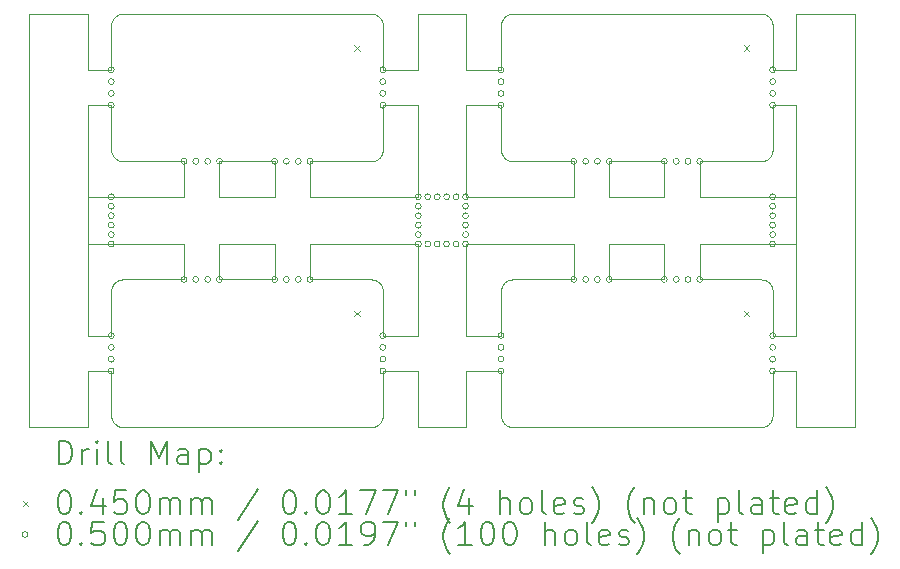
<source format=gbr>
%TF.GenerationSoftware,KiCad,Pcbnew,8.0.8-8.0.8-0~ubuntu24.04.1*%
%TF.CreationDate,2025-02-18T11:08:34+01:00*%
%TF.ProjectId,SPU0410LR5H_panel,53505530-3431-4304-9c52-35485f70616e,rev?*%
%TF.SameCoordinates,Original*%
%TF.FileFunction,Drillmap*%
%TF.FilePolarity,Positive*%
%FSLAX45Y45*%
G04 Gerber Fmt 4.5, Leading zero omitted, Abs format (unit mm)*
G04 Created by KiCad (PCBNEW 8.0.8-8.0.8-0~ubuntu24.04.1) date 2025-02-18 11:08:34*
%MOMM*%
%LPD*%
G01*
G04 APERTURE LIST*
%ADD10C,0.100000*%
%ADD11C,0.200000*%
G04 APERTURE END LIST*
D10*
X13229936Y-3245414D02*
X13234730Y-3243775D01*
X7800000Y-2000000D02*
X7794766Y-2000137D01*
X7700548Y-5410453D02*
X7701231Y-5415643D01*
X9999452Y-2089547D02*
X9998769Y-2084356D01*
X7741221Y-3230902D02*
X7745536Y-3233867D01*
X11033087Y-5474314D02*
X11037068Y-5477715D01*
X9935837Y-4256642D02*
X9930902Y-4254894D01*
X9940674Y-2008645D02*
X9935837Y-2006642D01*
X7700548Y-2089547D02*
X7700137Y-2094766D01*
X6999900Y-2000000D02*
X6999900Y-5500000D01*
X7745536Y-3233867D02*
X7750000Y-3236602D01*
X13299452Y-4339547D02*
X13298769Y-4334357D01*
X11000000Y-3150000D02*
X11000137Y-3155233D01*
X7702185Y-5420791D02*
X7703407Y-5425882D01*
X13254464Y-4266133D02*
X13250000Y-4263397D01*
X11022286Y-3212932D02*
X11025686Y-3216913D01*
X11089547Y-3249452D02*
X11094766Y-3249863D01*
X11916667Y-3950050D02*
X12383333Y-3950050D01*
X10700000Y-3950050D02*
X11616667Y-3950050D01*
X7716133Y-5454464D02*
X7719098Y-5458778D01*
X11084357Y-3248769D02*
X11089547Y-3249452D01*
X9915643Y-2001231D02*
X9910453Y-2000548D01*
X9982076Y-3207127D02*
X9984864Y-3202896D01*
X13287435Y-3198530D02*
X13289780Y-3194039D01*
X11041221Y-2019098D02*
X11037068Y-2022285D01*
X13286603Y-2050000D02*
X13283867Y-2045536D01*
X13215143Y-5498847D02*
X13220130Y-5497953D01*
X9983867Y-2045536D02*
X9980902Y-2041221D01*
X11094766Y-4250137D02*
X11089547Y-4250548D01*
X11094766Y-3249863D02*
X11100000Y-3250000D01*
X9383333Y-3250000D02*
X9900000Y-3250000D01*
X9952896Y-5484864D02*
X9957127Y-5482076D01*
X9986603Y-2050000D02*
X9983867Y-2045536D01*
X11000137Y-5405234D02*
X11000548Y-5410453D01*
X9958779Y-2019098D02*
X9954464Y-2016133D01*
X13266913Y-4275685D02*
X13262932Y-4272285D01*
X8616667Y-4250000D02*
X8616667Y-3950050D01*
X13220791Y-2002185D02*
X13215643Y-2001231D01*
X12383333Y-3250000D02*
X12383333Y-3550050D01*
X9939436Y-5491896D02*
X9944039Y-5489780D01*
X7499900Y-4725000D02*
X7499900Y-2775000D01*
X9998769Y-4334357D02*
X9997815Y-4329209D01*
X11069098Y-3245106D02*
X11074118Y-3246592D01*
X9961211Y-3229078D02*
X9965137Y-3225876D01*
X7700000Y-3150000D02*
X7700137Y-3155233D01*
X9977715Y-4287068D02*
X9974315Y-4283087D01*
X9979078Y-5461211D02*
X9982076Y-5457127D01*
X7710899Y-5445399D02*
X7713397Y-5450000D01*
X7794766Y-3249863D02*
X7800000Y-3250000D01*
X13244039Y-3239780D02*
X13248530Y-3237435D01*
X13291355Y-4309326D02*
X13289101Y-4304601D01*
X13289101Y-4304601D02*
X13286603Y-4300000D01*
X11006642Y-5435837D02*
X11008646Y-5440674D01*
X7764163Y-4256642D02*
X7759326Y-4258645D01*
X13274314Y-4283087D02*
X13270711Y-4279289D01*
X11616667Y-3250000D02*
X11616667Y-3550050D01*
X9900000Y-5500000D02*
X9905065Y-5499872D01*
X9944039Y-5489780D02*
X9948530Y-5487435D01*
X13205234Y-4250137D02*
X13200000Y-4250000D01*
X13300000Y-5025000D02*
X13500100Y-5025000D01*
X7706642Y-5435837D02*
X7708646Y-5440674D01*
X9984864Y-3202896D02*
X9987435Y-3198530D01*
X9995414Y-3179936D02*
X9996808Y-3175065D01*
X8316667Y-3250000D02*
X8316667Y-3550050D01*
X11037068Y-2022285D02*
X11033087Y-2025685D01*
X13299452Y-2089547D02*
X13298769Y-2084356D01*
X13500100Y-4725000D02*
X13300000Y-4725000D01*
X11003408Y-3175882D02*
X11004895Y-3180902D01*
X13296593Y-2074118D02*
X13295106Y-2069098D01*
X11010899Y-5445399D02*
X11013398Y-5450000D01*
X9997815Y-2079209D02*
X9996593Y-2074118D01*
X13239436Y-5491896D02*
X13244039Y-5489780D01*
X11033087Y-2025685D02*
X11029289Y-2029289D01*
X9930902Y-4254894D02*
X9925882Y-4253407D01*
X11002185Y-3170791D02*
X11003408Y-3175882D01*
X11050000Y-3236602D02*
X11054601Y-3239101D01*
X7704894Y-5430902D02*
X7706642Y-5435837D01*
X11045536Y-4266133D02*
X11041221Y-4269098D01*
X11016133Y-5454464D02*
X11019098Y-5458778D01*
X13235837Y-2006642D02*
X13230902Y-2004894D01*
X11079209Y-3247815D02*
X11084357Y-3248769D01*
X13239436Y-3241896D02*
X13244039Y-3239780D01*
X10000000Y-2775000D02*
X10300000Y-2775000D01*
X10700000Y-3550050D02*
X10700000Y-2775000D01*
X13252896Y-3234864D02*
X13257127Y-3232076D01*
X9957127Y-5482076D02*
X9961211Y-5479078D01*
X11000000Y-2475000D02*
X10700000Y-2475000D01*
X10300000Y-5025000D02*
X10300000Y-5499900D01*
X9970711Y-2029289D02*
X9966913Y-2025685D01*
X9966913Y-2025685D02*
X9962932Y-2022285D01*
X11029289Y-4279289D02*
X11025686Y-4283087D01*
X9944039Y-3239780D02*
X9948530Y-3237435D01*
X8616667Y-3550050D02*
X8616667Y-3250000D01*
X11029289Y-2029289D02*
X11025686Y-2033087D01*
X7701231Y-3165643D02*
X7702185Y-3170791D01*
X13291896Y-5439436D02*
X13293775Y-5434731D01*
X13274314Y-2033087D02*
X13270711Y-2029289D01*
X10300000Y-4725000D02*
X10000000Y-4725000D01*
X11013397Y-2050000D02*
X11010899Y-2054601D01*
X13248530Y-3237435D02*
X13252896Y-3234864D01*
X13293775Y-5434731D02*
X13295414Y-5429936D01*
X9934731Y-3243775D02*
X9939436Y-3241896D01*
X13230902Y-4254894D02*
X13225882Y-4253407D01*
X9989101Y-2054601D02*
X9986603Y-2050000D01*
X11022285Y-2037068D02*
X11019098Y-2041221D01*
X10700000Y-5499900D02*
X10700000Y-5025000D01*
X9980902Y-4291221D02*
X9977715Y-4287068D01*
X7719098Y-4291221D02*
X7716133Y-4295536D01*
X13298769Y-4334357D02*
X13297815Y-4329209D01*
X13245399Y-2010899D02*
X13240674Y-2008645D01*
X13210117Y-3249487D02*
X13215143Y-3248847D01*
X7779209Y-4252185D02*
X7774118Y-4253407D01*
X11916667Y-3250000D02*
X12383333Y-3250000D01*
X13272479Y-3218897D02*
X13275876Y-3215137D01*
X10300000Y-2475000D02*
X10000000Y-2475000D01*
X13215643Y-2001231D02*
X13210453Y-2000548D01*
X7725686Y-3216913D02*
X7729289Y-3220711D01*
X11002185Y-4329209D02*
X11001231Y-4334357D01*
X11000000Y-4725000D02*
X10700000Y-4725000D01*
X7716133Y-3204464D02*
X7719098Y-3208778D01*
X9961211Y-5479078D02*
X9965137Y-5475876D01*
X9905065Y-3249872D02*
X9910117Y-3249487D01*
X11033087Y-4275686D02*
X11029289Y-4279289D01*
X9974315Y-4283087D02*
X9970711Y-4279289D01*
X13500100Y-2000000D02*
X13500100Y-2475000D01*
X7704894Y-3180902D02*
X7706642Y-3185837D01*
X7702185Y-2079209D02*
X7701231Y-2084356D01*
X7700000Y-2775000D02*
X7700000Y-3150000D01*
X11100000Y-4250000D02*
X11094766Y-4250137D01*
X7729289Y-2029289D02*
X7725685Y-2033087D01*
X9915143Y-3248847D02*
X9920130Y-3247953D01*
X9950000Y-4263397D02*
X9945399Y-4260899D01*
X9900000Y-4250000D02*
X9383333Y-4250000D01*
X13297953Y-3170130D02*
X13298847Y-3165143D01*
X13200000Y-4250000D02*
X12683333Y-4250000D01*
X7737068Y-3227714D02*
X7741221Y-3230902D01*
X11025686Y-3216913D02*
X11029289Y-3220711D01*
X11037068Y-3227714D02*
X11041222Y-3230902D01*
X11079209Y-5497815D02*
X11084357Y-5498769D01*
X12683333Y-3250000D02*
X13200000Y-3250000D01*
X11033087Y-3224314D02*
X11037068Y-3227714D01*
X13275876Y-3215137D02*
X13279078Y-3211211D01*
X9934731Y-5493775D02*
X9939436Y-5491896D01*
X13299487Y-3160117D02*
X13299872Y-3155065D01*
X10300000Y-5499900D02*
X10700000Y-5499900D01*
X13215143Y-3248847D02*
X13220130Y-3247953D01*
X9979078Y-3211211D02*
X9982076Y-3207127D01*
X11074118Y-4253407D02*
X11069098Y-4254894D01*
X9989780Y-3194039D02*
X9991896Y-3189436D01*
X13252896Y-5484864D02*
X13257127Y-5482076D01*
X11004895Y-5430902D02*
X11006642Y-5435837D01*
X8316667Y-4250000D02*
X7800000Y-4250000D01*
X9965137Y-3225876D02*
X9968897Y-3222479D01*
X9954464Y-4266133D02*
X9950000Y-4263397D01*
X9939436Y-3241896D02*
X9944039Y-3239780D01*
X11037068Y-4272285D02*
X11033087Y-4275686D01*
X13277715Y-2037068D02*
X13274314Y-2033087D01*
X9999863Y-4344766D02*
X9999452Y-4339547D01*
X13291896Y-3189436D02*
X13293775Y-3184730D01*
X7708645Y-4309326D02*
X7706642Y-4314163D01*
X11016133Y-2045536D02*
X11013397Y-2050000D01*
X7725686Y-5466913D02*
X7729289Y-5470711D01*
X10000000Y-5025000D02*
X10300000Y-5025000D01*
X9989101Y-4304601D02*
X9986603Y-4300000D01*
X13283867Y-4295536D02*
X13280902Y-4291221D01*
X7729289Y-5470711D02*
X7733087Y-5474314D01*
X11013397Y-4300000D02*
X11010899Y-4304601D01*
X11000000Y-5025000D02*
X11000000Y-5400000D01*
X13220791Y-4252185D02*
X13215643Y-4251231D01*
X7719098Y-5458778D02*
X7722285Y-5462932D01*
X13300000Y-2775000D02*
X13500100Y-2775000D01*
X13262932Y-2022285D02*
X13258779Y-2019098D01*
X13262932Y-4272285D02*
X13258779Y-4269098D01*
X13295106Y-4319098D02*
X13293358Y-4314163D01*
X7706642Y-3185837D02*
X7708646Y-3190674D01*
X7701231Y-5415643D02*
X7702185Y-5420791D01*
X11013398Y-5450000D02*
X11016133Y-5454464D01*
X11094766Y-2000137D02*
X11089547Y-2000548D01*
X11022286Y-5462932D02*
X11025686Y-5466913D01*
X11054601Y-2010899D02*
X11050000Y-2013397D01*
X9999487Y-5410117D02*
X9999872Y-5405065D01*
X9995414Y-5429936D02*
X9996808Y-5425065D01*
X14000100Y-5500000D02*
X14000100Y-2000000D01*
X12383333Y-4250000D02*
X11916667Y-4250000D01*
X13300000Y-3150000D02*
X13300000Y-2775000D01*
X7700137Y-3155233D02*
X7700548Y-3160453D01*
X13295414Y-5429936D02*
X13296808Y-5425065D01*
X9905065Y-5499872D02*
X9910117Y-5499487D01*
X7733087Y-2025685D02*
X7729289Y-2029289D01*
X13265137Y-3225876D02*
X13268897Y-3222479D01*
X11000137Y-2094766D02*
X11000000Y-2100000D01*
X13284864Y-5452896D02*
X13287435Y-5448530D01*
X7794766Y-2000137D02*
X7789547Y-2000548D01*
X7499900Y-2000000D02*
X6999900Y-2000000D01*
X13258779Y-4269098D02*
X13254464Y-4266133D01*
X7713397Y-3200000D02*
X7716133Y-3204464D01*
X7716133Y-2045536D02*
X7713397Y-2050000D01*
X7713397Y-2050000D02*
X7710899Y-2054601D01*
X11100000Y-5500000D02*
X13200000Y-5500000D01*
X7499900Y-5500000D02*
X7499900Y-5025000D01*
X9975876Y-3215137D02*
X9979078Y-3211211D01*
X9968897Y-3222479D02*
X9972479Y-3218897D01*
X11008646Y-5440674D02*
X11010899Y-5445399D01*
X13257127Y-5482076D02*
X13261211Y-5479078D01*
X13261211Y-3229078D02*
X13265137Y-3225876D01*
X7704894Y-2069098D02*
X7703407Y-2074118D01*
X11074118Y-2003407D02*
X11069098Y-2004894D01*
X11016133Y-3204464D02*
X11019098Y-3208778D01*
X11045536Y-5483867D02*
X11050000Y-5486603D01*
X9993775Y-5434731D02*
X9995414Y-5429936D01*
X7700000Y-5400000D02*
X7700137Y-5405234D01*
X13250000Y-4263397D02*
X13245399Y-4260899D01*
X11000137Y-4344766D02*
X11000000Y-4350000D01*
X7710899Y-2054601D02*
X7708645Y-2059326D01*
X9920791Y-4252185D02*
X9915643Y-4251231D01*
X7700000Y-3950050D02*
X8316667Y-3950050D01*
X13220130Y-5497953D02*
X13225065Y-5496808D01*
X9982076Y-5457127D02*
X9984864Y-5452896D01*
X13289780Y-3194039D02*
X13291896Y-3189436D01*
X9930902Y-2004894D02*
X9925882Y-2003407D01*
X6999900Y-5500000D02*
X7499900Y-5500000D01*
X9999863Y-2094766D02*
X9999452Y-2089547D01*
X13500100Y-5500000D02*
X14000100Y-5500000D01*
X13300000Y-3950050D02*
X13500000Y-3950050D01*
X11000000Y-4350000D02*
X11000000Y-4725000D01*
X13299872Y-5405065D02*
X13300000Y-5400000D01*
X13299863Y-2094766D02*
X13299452Y-2089547D01*
X13234730Y-3243775D02*
X13239436Y-3241896D01*
X9993775Y-3184730D02*
X9995414Y-3179936D01*
X9940674Y-4258645D02*
X9935837Y-4256642D01*
X11079209Y-4252185D02*
X11074118Y-4253407D01*
X11002185Y-2079209D02*
X11001231Y-2084356D01*
X7745536Y-5483867D02*
X7750000Y-5486603D01*
X11004894Y-2069098D02*
X11003407Y-2074118D01*
X11050000Y-5486603D02*
X11054601Y-5489101D01*
X7769098Y-3245106D02*
X7774118Y-3246592D01*
X11069098Y-4254894D02*
X11064163Y-4256642D01*
X9991355Y-4309326D02*
X9989101Y-4304601D01*
X7784356Y-3248769D02*
X7789547Y-3249452D01*
X7745536Y-4266133D02*
X7741221Y-4269098D01*
X7750000Y-2013397D02*
X7745536Y-2016133D01*
X13225882Y-4253407D02*
X13220791Y-4252185D01*
X9987435Y-3198530D02*
X9989780Y-3194039D01*
X11094766Y-5499863D02*
X11100000Y-5500000D01*
X7729289Y-4279289D02*
X7725685Y-4283087D01*
X9996593Y-4324118D02*
X9995106Y-4319098D01*
X7779209Y-3247815D02*
X7784356Y-3248769D01*
X13279078Y-5461211D02*
X13282076Y-5457127D01*
X9948530Y-3237435D02*
X9952896Y-3234864D01*
X9962932Y-2022285D02*
X9958779Y-2019098D01*
X8316667Y-3950050D02*
X8316667Y-4250000D01*
X13500100Y-5025000D02*
X13500100Y-5500000D01*
X9954464Y-2016133D02*
X9950000Y-2013397D01*
X11059326Y-3241354D02*
X11064163Y-3243358D01*
X7754601Y-5489101D02*
X7759326Y-5491355D01*
X13200000Y-5500000D02*
X13205065Y-5499872D01*
X7708646Y-3190674D02*
X7710899Y-3195399D01*
X11000548Y-4339547D02*
X11000137Y-4344766D01*
X13298769Y-2084356D02*
X13297815Y-2079209D01*
X13298847Y-5415143D02*
X13299487Y-5410117D01*
X7784356Y-2001231D02*
X7779209Y-2002185D01*
X9383333Y-3950050D02*
X10300000Y-3950050D01*
X11084357Y-2001231D02*
X11079209Y-2002185D01*
X11001231Y-3165643D02*
X11002185Y-3170791D01*
X13295106Y-2069098D02*
X13293358Y-2064163D01*
X9996593Y-2074118D02*
X9995106Y-2069098D01*
X11064163Y-4256642D02*
X11059326Y-4258645D01*
X7700000Y-2475000D02*
X7499900Y-2475000D01*
X7769098Y-5495106D02*
X7774118Y-5496593D01*
X11059326Y-2008645D02*
X11054601Y-2010899D01*
X9083333Y-3550050D02*
X8616667Y-3550050D01*
X7725685Y-2033087D02*
X7722285Y-2037068D01*
X9984864Y-5452896D02*
X9987435Y-5448530D01*
X7700137Y-5405234D02*
X7700548Y-5410453D01*
X9996808Y-5425065D02*
X9997953Y-5420130D01*
X13270711Y-4279289D02*
X13266913Y-4275685D01*
X11037068Y-5477715D02*
X11041222Y-5480902D01*
X11019098Y-4291221D02*
X11016133Y-4295536D01*
X9910453Y-4250548D02*
X9905234Y-4250137D01*
X7725685Y-4283087D02*
X7722285Y-4287068D01*
X11064163Y-2006642D02*
X11059326Y-2008645D01*
X7499900Y-2475000D02*
X7499900Y-2000000D01*
X9910117Y-5499487D02*
X9915143Y-5498847D01*
X9957127Y-3232076D02*
X9961211Y-3229078D01*
X7737068Y-2022285D02*
X7733087Y-2025685D01*
X11084357Y-5498769D02*
X11089547Y-5499452D01*
X8616667Y-3250000D02*
X9083333Y-3250000D01*
X7700137Y-2094766D02*
X7700000Y-2100000D01*
X11022285Y-4287068D02*
X11019098Y-4291221D01*
X13296593Y-4324118D02*
X13295106Y-4319098D01*
X11000000Y-2775000D02*
X11000000Y-3150000D01*
X10000000Y-5400000D02*
X10000000Y-5025000D01*
X11041221Y-4269098D02*
X11037068Y-4272285D01*
X13279078Y-3211211D02*
X13282076Y-3207127D01*
X13257127Y-3232076D02*
X13261211Y-3229078D01*
X11054601Y-5489101D02*
X11059326Y-5491355D01*
X13293775Y-3184730D02*
X13295414Y-3179936D01*
X11045536Y-2016133D02*
X11041221Y-2019098D01*
X9987435Y-5448530D02*
X9989780Y-5444039D01*
X13299872Y-3155065D02*
X13300000Y-3150000D01*
X11029289Y-5470711D02*
X11033087Y-5474314D01*
X9995106Y-4319098D02*
X9993358Y-4314163D01*
X11010899Y-2054601D02*
X11008645Y-2059326D01*
X13268897Y-3222479D02*
X13272479Y-3218897D01*
X10300000Y-2000000D02*
X10300000Y-2475000D01*
X13234730Y-5493775D02*
X13239436Y-5491896D01*
X13282076Y-5457127D02*
X13284864Y-5452896D01*
X9983867Y-4295536D02*
X9980902Y-4291221D01*
X9972479Y-3218897D02*
X9975876Y-3215137D01*
X7764163Y-2006642D02*
X7759326Y-2008645D01*
X13205234Y-2000137D02*
X13200000Y-2000000D01*
X9900000Y-3250000D02*
X9905065Y-3249872D01*
X14000100Y-2000000D02*
X13500100Y-2000000D01*
X11041222Y-3230902D02*
X11045536Y-3233867D01*
X10000000Y-2100000D02*
X9999863Y-2094766D01*
X11004894Y-4319098D02*
X11003407Y-4324118D01*
X11001231Y-5415643D02*
X11002185Y-5420791D01*
X9945399Y-4260899D02*
X9940674Y-4258645D01*
X11010899Y-3195399D02*
X11013398Y-3200000D01*
X13289101Y-2054601D02*
X13286603Y-2050000D01*
X10700000Y-4725000D02*
X10700000Y-3950050D01*
X9929936Y-5495414D02*
X9934731Y-5493775D01*
X7779209Y-5497815D02*
X7784356Y-5498769D01*
X13270711Y-2029289D02*
X13266913Y-2025685D01*
X9920130Y-5497953D02*
X9925065Y-5496808D01*
X11003407Y-2074118D02*
X11002185Y-2079209D01*
X13268897Y-5472479D02*
X13272479Y-5468897D01*
X13300000Y-4725000D02*
X13300000Y-4350000D01*
X7774118Y-2003407D02*
X7769098Y-2004894D01*
X11000000Y-5400000D02*
X11000137Y-5405234D01*
X9925882Y-4253407D02*
X9920791Y-4252185D01*
X11006642Y-4314163D02*
X11004894Y-4319098D01*
X13220130Y-3247953D02*
X13225065Y-3246808D01*
X13500100Y-2775000D02*
X13500100Y-4725000D01*
X11069098Y-2004894D02*
X11064163Y-2006642D01*
X13299863Y-4344766D02*
X13299452Y-4339547D01*
X11089547Y-2000548D02*
X11084357Y-2001231D01*
X7800000Y-3250000D02*
X8316667Y-3250000D01*
X7784356Y-5498769D02*
X7789547Y-5499452D01*
X7769098Y-4254894D02*
X7764163Y-4256642D01*
X7722285Y-4287068D02*
X7719098Y-4291221D01*
X7700548Y-4339547D02*
X7700137Y-4344766D01*
X13245399Y-4260899D02*
X13240674Y-4258645D01*
X11100000Y-2000000D02*
X11094766Y-2000137D01*
X13295414Y-3179936D02*
X13296808Y-3175065D01*
X7759326Y-2008645D02*
X7754601Y-2010899D01*
X11079209Y-2002185D02*
X11074118Y-2003407D01*
X10700000Y-2475000D02*
X10700000Y-2000000D01*
X7700000Y-3550050D02*
X7500000Y-3550050D01*
X7794766Y-4250137D02*
X7789547Y-4250548D01*
X13229936Y-5495414D02*
X13234730Y-5493775D01*
X9991896Y-3189436D02*
X9993775Y-3184730D01*
X9975876Y-5465137D02*
X9979078Y-5461211D01*
X13266913Y-2025685D02*
X13262932Y-2022285D01*
X13210453Y-4250548D02*
X13205234Y-4250137D01*
X7713397Y-5450000D02*
X7716133Y-5454464D01*
X9083333Y-4250000D02*
X8616667Y-4250000D01*
X13280902Y-4291221D02*
X13277715Y-4287068D01*
X13287435Y-5448530D02*
X13289780Y-5444039D01*
X9915643Y-4251231D02*
X9910453Y-4250548D01*
X11074118Y-5496593D02*
X11079209Y-5497815D01*
X7764163Y-3243358D02*
X7769098Y-3245106D01*
X9935837Y-2006642D02*
X9930902Y-2004894D01*
X8616667Y-3950050D02*
X9083333Y-3950050D01*
X13293358Y-4314163D02*
X13291355Y-4309326D01*
X7759326Y-5491355D02*
X7764163Y-5493358D01*
X7703407Y-2074118D02*
X7702185Y-2079209D01*
X7800000Y-4250000D02*
X7794766Y-4250137D01*
X7700000Y-4725000D02*
X7499900Y-4725000D01*
X9925882Y-2003407D02*
X9920791Y-2002185D01*
X9998847Y-3165143D02*
X9999487Y-3160117D01*
X9962932Y-4272285D02*
X9958779Y-4269098D01*
X9958779Y-4269098D02*
X9954464Y-4266133D01*
X9996808Y-3175065D02*
X9997953Y-3170130D01*
X9910117Y-3249487D02*
X9915143Y-3248847D01*
X7789547Y-4250548D02*
X7784356Y-4251231D01*
X13289780Y-5444039D02*
X13291896Y-5439436D01*
X13235837Y-4256642D02*
X13230902Y-4254894D01*
X7702185Y-4329209D02*
X7701231Y-4334357D01*
X9383333Y-3550050D02*
X9383333Y-3250000D01*
X13297953Y-5420130D02*
X13298847Y-5415143D01*
X7700000Y-4350000D02*
X7700000Y-4725000D01*
X13254464Y-2016133D02*
X13250000Y-2013397D01*
X11003408Y-5425882D02*
X11004895Y-5430902D01*
X11054601Y-3239101D02*
X11059326Y-3241354D01*
X9999872Y-3155065D02*
X10000000Y-3150000D01*
X13293358Y-2064163D02*
X13291355Y-2059326D01*
X11008645Y-4309326D02*
X11006642Y-4314163D01*
X13205065Y-3249872D02*
X13210117Y-3249487D01*
X7722285Y-3212932D02*
X7725686Y-3216913D01*
X7750000Y-3236602D02*
X7754601Y-3239101D01*
X9972479Y-5468897D02*
X9975876Y-5465137D01*
X13298847Y-3165143D02*
X13299487Y-3160117D01*
X9997815Y-4329209D02*
X9996593Y-4324118D01*
X13230902Y-2004894D02*
X13225882Y-2003407D01*
X11916667Y-4250000D02*
X11916667Y-3950050D01*
X9920791Y-2002185D02*
X9915643Y-2001231D01*
X9945399Y-2010899D02*
X9940674Y-2008645D01*
X9991355Y-2059326D02*
X9989101Y-2054601D01*
X7737068Y-5477715D02*
X7741221Y-5480902D01*
X13280902Y-2041221D02*
X13277715Y-2037068D01*
X13205065Y-5499872D02*
X13210117Y-5499487D01*
X7741221Y-2019098D02*
X7737068Y-2022285D01*
X13261211Y-5479078D02*
X13265137Y-5475876D01*
X11008646Y-3190674D02*
X11010899Y-3195399D01*
X13265137Y-5475876D02*
X13268897Y-5472479D01*
X13225065Y-5496808D02*
X13229936Y-5495414D01*
X7700548Y-3160453D02*
X7701231Y-3165643D01*
X7722285Y-5462932D02*
X7725686Y-5466913D01*
X7710899Y-3195399D02*
X7713397Y-3200000D01*
X13210117Y-5499487D02*
X13215143Y-5498847D01*
X9999452Y-4339547D02*
X9998769Y-4334357D01*
X11059326Y-4258645D02*
X11054601Y-4260899D01*
X11001231Y-2084356D02*
X11000548Y-2089547D01*
X7708646Y-5440674D02*
X7710899Y-5445399D01*
X7759326Y-3241354D02*
X7764163Y-3243358D01*
X9965137Y-5475876D02*
X9968897Y-5472479D01*
X7789547Y-3249452D02*
X7794766Y-3249863D01*
X7706642Y-4314163D02*
X7704894Y-4319098D01*
X7789547Y-5499452D02*
X7794766Y-5499863D01*
X11025686Y-2033087D02*
X11022285Y-2037068D01*
X7754601Y-2010899D02*
X7750000Y-2013397D01*
X10300000Y-3950050D02*
X10300000Y-4725000D01*
X7499900Y-2775000D02*
X7700000Y-2775000D01*
X7754601Y-4260899D02*
X7750000Y-4263397D01*
X9999487Y-3160117D02*
X9999872Y-3155065D01*
X7784356Y-4251231D02*
X7779209Y-4252185D01*
X10000000Y-3150000D02*
X10000000Y-2775000D01*
X7794766Y-5499863D02*
X7800000Y-5500000D01*
X13286603Y-4300000D02*
X13283867Y-4295536D01*
X11006642Y-3185837D02*
X11008646Y-3190674D01*
X10700000Y-5025000D02*
X11000000Y-5025000D01*
X13215643Y-4251231D02*
X13210453Y-4250548D01*
X13225065Y-3246808D02*
X13229936Y-3245414D01*
X9970711Y-4279289D02*
X9966913Y-4275685D01*
X13248530Y-5487435D02*
X13252896Y-5484864D01*
X8316667Y-3550050D02*
X7700000Y-3550050D01*
X7750000Y-4263397D02*
X7745536Y-4266133D01*
X7769098Y-2004894D02*
X7764163Y-2006642D01*
X12383333Y-3950050D02*
X12383333Y-4250000D01*
X9905234Y-2000137D02*
X9900000Y-2000000D01*
X7719098Y-3208778D02*
X7722285Y-3212932D01*
X13250000Y-2013397D02*
X13245399Y-2010899D01*
X7774118Y-5496593D02*
X7779209Y-5497815D01*
X7500000Y-3950050D02*
X7700000Y-3950050D01*
X7733087Y-4275686D02*
X7729289Y-4279289D01*
X11019098Y-2041221D02*
X11016133Y-2045536D01*
X11008645Y-2059326D02*
X11006642Y-2064163D01*
X9998769Y-2084356D02*
X9997815Y-2079209D01*
X7703407Y-5425882D02*
X7704894Y-5430902D01*
X11000000Y-2100000D02*
X11000000Y-2475000D01*
X11000548Y-2089547D02*
X11000137Y-2094766D01*
X13244039Y-5489780D02*
X13248530Y-5487435D01*
X9083333Y-3250000D02*
X9083333Y-3550050D01*
X11050000Y-2013397D02*
X11045536Y-2016133D01*
X11084357Y-4251231D02*
X11079209Y-4252185D01*
X9925065Y-5496808D02*
X9929936Y-5495414D01*
X11004895Y-3180902D02*
X11006642Y-3185837D01*
X7500000Y-3550050D02*
X7500000Y-3950050D01*
X11006642Y-2064163D02*
X11004894Y-2069098D01*
X11059326Y-5491355D02*
X11064163Y-5493358D01*
X9986603Y-4300000D02*
X9983867Y-4295536D01*
X13240674Y-4258645D02*
X13235837Y-4256642D01*
X13500100Y-2475000D02*
X13300000Y-2475000D01*
X9950000Y-2013397D02*
X9945399Y-2010899D01*
X13282076Y-3207127D02*
X13284864Y-3202896D01*
X7733087Y-5474314D02*
X7737068Y-5477715D01*
X11064163Y-3243358D02*
X11069098Y-3245106D01*
X9991896Y-5439436D02*
X9993775Y-5434731D01*
X13297815Y-2079209D02*
X13296593Y-2074118D01*
X11089547Y-4250548D02*
X11084357Y-4251231D01*
X9998847Y-5415143D02*
X9999487Y-5410117D01*
X11000548Y-5410453D02*
X11001231Y-5415643D01*
X13200000Y-2000000D02*
X11100000Y-2000000D01*
X7701231Y-2084356D02*
X7700548Y-2089547D01*
X9948530Y-5487435D02*
X9952896Y-5484864D01*
X13258779Y-2019098D02*
X13254464Y-2016133D01*
X13200000Y-3250000D02*
X13205065Y-3249872D01*
X13283867Y-2045536D02*
X13280902Y-2041221D01*
X11616667Y-3550050D02*
X10700000Y-3550050D01*
X7703407Y-4324118D02*
X7702185Y-4329209D01*
X10000000Y-4725000D02*
X10000000Y-4350000D01*
X7759326Y-4258645D02*
X7754601Y-4260899D01*
X9083333Y-3950050D02*
X9083333Y-4250000D01*
X11016133Y-4295536D02*
X11013397Y-4300000D01*
X7722285Y-2037068D02*
X7719098Y-2041221D01*
X9999872Y-5405065D02*
X10000000Y-5400000D01*
X7745536Y-2016133D02*
X7741221Y-2019098D01*
X9383333Y-4250000D02*
X9383333Y-3950050D01*
X9993358Y-4314163D02*
X9991355Y-4309326D01*
X7779209Y-2002185D02*
X7774118Y-2003407D01*
X11069098Y-5495106D02*
X11074118Y-5496593D01*
X9915143Y-5498847D02*
X9920130Y-5497953D01*
X9980902Y-2041221D02*
X9977715Y-2037068D01*
X7700000Y-5025000D02*
X7700000Y-5400000D01*
X13296808Y-5425065D02*
X13297953Y-5420130D01*
X12383333Y-3550050D02*
X11916667Y-3550050D01*
X9900000Y-2000000D02*
X7800000Y-2000000D01*
X11019098Y-3208778D02*
X11022286Y-3212932D01*
X13300000Y-2100000D02*
X13299863Y-2094766D01*
X11002185Y-5420791D02*
X11003408Y-5425882D01*
X9989780Y-5444039D02*
X9991896Y-5439436D01*
X11001231Y-4334357D02*
X11000548Y-4339547D01*
X13297815Y-4329209D02*
X13296593Y-4324118D01*
X11616667Y-4250000D02*
X11100000Y-4250000D01*
X7719098Y-2041221D02*
X7716133Y-2045536D01*
X7716133Y-4295536D02*
X7713397Y-4300000D01*
X11074118Y-3246592D02*
X11079209Y-3247815D01*
X7789547Y-2000548D02*
X7784356Y-2001231D01*
X7703407Y-3175882D02*
X7704894Y-3180902D01*
X13240674Y-2008645D02*
X13235837Y-2006642D01*
X13300000Y-2475000D02*
X13300000Y-2100000D01*
X13291355Y-2059326D02*
X13289101Y-2054601D01*
X7741221Y-5480902D02*
X7745536Y-5483867D01*
X11029289Y-3220711D02*
X11033087Y-3224314D01*
X10700000Y-2775000D02*
X11000000Y-2775000D01*
X11616667Y-3950050D02*
X11616667Y-4250000D01*
X7702185Y-3170791D02*
X7703407Y-3175882D01*
X10700000Y-2000000D02*
X10300000Y-2000000D01*
X9993358Y-2064163D02*
X9991355Y-2059326D01*
X10300000Y-2775000D02*
X10300000Y-3550050D01*
X7774118Y-3246592D02*
X7779209Y-3247815D01*
X11025686Y-5466913D02*
X11029289Y-5470711D01*
X13225882Y-2003407D02*
X13220791Y-2002185D01*
X12683333Y-4250000D02*
X12683333Y-3950050D01*
X11054601Y-4260899D02*
X11050000Y-4263397D01*
X13300000Y-5400000D02*
X13300000Y-5025000D01*
X11089547Y-5499452D02*
X11094766Y-5499863D01*
X7729289Y-3220711D02*
X7733087Y-3224314D01*
X13275876Y-5465137D02*
X13279078Y-5461211D01*
X9925065Y-3246808D02*
X9929936Y-3245414D01*
X7733087Y-3224314D02*
X7737068Y-3227714D01*
X13299487Y-5410117D02*
X13299872Y-5405065D01*
X7800000Y-5500000D02*
X9900000Y-5500000D01*
X13500000Y-3950050D02*
X13500000Y-3550050D01*
X13296808Y-3175065D02*
X13297953Y-3170130D01*
X13272479Y-5468897D02*
X13275876Y-5465137D01*
X7710899Y-4304601D02*
X7708645Y-4309326D01*
X11050000Y-4263397D02*
X11045536Y-4266133D01*
X11000548Y-3160453D02*
X11001231Y-3165643D01*
X11000137Y-3155233D02*
X11000548Y-3160453D01*
X11003407Y-4324118D02*
X11002185Y-4329209D01*
X7764163Y-5493358D02*
X7769098Y-5495106D01*
X11025686Y-4283087D02*
X11022285Y-4287068D01*
X11100000Y-3250000D02*
X11616667Y-3250000D01*
X9905234Y-4250137D02*
X9900000Y-4250000D01*
X11019098Y-5458778D02*
X11022286Y-5462932D01*
X13500000Y-3550050D02*
X13300000Y-3550050D01*
X10000000Y-4350000D02*
X9999863Y-4344766D01*
X11064163Y-5493358D02*
X11069098Y-5495106D01*
X9997953Y-3170130D02*
X9998847Y-3165143D01*
X7737068Y-4272285D02*
X7733087Y-4275686D01*
X10300000Y-3550050D02*
X9383333Y-3550050D01*
X7713397Y-4300000D02*
X7710899Y-4304601D01*
X13300000Y-4350000D02*
X13299863Y-4344766D01*
X12683333Y-3550050D02*
X12683333Y-3250000D01*
X11041222Y-5480902D02*
X11045536Y-5483867D01*
X10000000Y-2475000D02*
X10000000Y-2100000D01*
X9929936Y-3245414D02*
X9934731Y-3243775D01*
X9920130Y-3247953D02*
X9925065Y-3246808D01*
X13300000Y-3550050D02*
X12683333Y-3550050D01*
X9997953Y-5420130D02*
X9998847Y-5415143D01*
X11916667Y-3550050D02*
X11916667Y-3250000D01*
X9968897Y-5472479D02*
X9972479Y-5468897D01*
X9977715Y-2037068D02*
X9974315Y-2033087D01*
X7708645Y-2059326D02*
X7706642Y-2064163D01*
X9952896Y-3234864D02*
X9957127Y-3232076D01*
X9910453Y-2000548D02*
X9905234Y-2000137D01*
X7701231Y-4334357D02*
X7700548Y-4339547D01*
X7700000Y-2100000D02*
X7700000Y-2475000D01*
X11010899Y-4304601D02*
X11008645Y-4309326D01*
X9995106Y-2069098D02*
X9993358Y-2064163D01*
X7754601Y-3239101D02*
X7759326Y-3241354D01*
X11013398Y-3200000D02*
X11016133Y-3204464D01*
X9966913Y-4275685D02*
X9962932Y-4272285D01*
X13277715Y-4287068D02*
X13274314Y-4283087D01*
X7499900Y-5025000D02*
X7700000Y-5025000D01*
X7741221Y-4269098D02*
X7737068Y-4272285D01*
X12683333Y-3950050D02*
X13300000Y-3950050D01*
X13284864Y-3202896D02*
X13287435Y-3198530D01*
X7706642Y-2064163D02*
X7704894Y-2069098D01*
X7704894Y-4319098D02*
X7703407Y-4324118D01*
X9974315Y-2033087D02*
X9970711Y-2029289D01*
X13210453Y-2000548D02*
X13205234Y-2000137D01*
X7700137Y-4344766D02*
X7700000Y-4350000D01*
X11045536Y-3233867D02*
X11050000Y-3236602D01*
X7750000Y-5486603D02*
X7754601Y-5489101D01*
X7774118Y-4253407D02*
X7769098Y-4254894D01*
D11*
D10*
X9757500Y-2268050D02*
X9802500Y-2313050D01*
X9802500Y-2268050D02*
X9757500Y-2313050D01*
X9757500Y-4518050D02*
X9802500Y-4563050D01*
X9802500Y-4518050D02*
X9757500Y-4563050D01*
X13057500Y-2268050D02*
X13102500Y-2313050D01*
X13102500Y-2268050D02*
X13057500Y-2313050D01*
X13057500Y-4518050D02*
X13102500Y-4563050D01*
X13102500Y-4518050D02*
X13057500Y-4563050D01*
X7725000Y-3550050D02*
G75*
G02*
X7675000Y-3550050I-25000J0D01*
G01*
X7675000Y-3550050D02*
G75*
G02*
X7725000Y-3550050I25000J0D01*
G01*
X7725000Y-3630050D02*
G75*
G02*
X7675000Y-3630050I-25000J0D01*
G01*
X7675000Y-3630050D02*
G75*
G02*
X7725000Y-3630050I25000J0D01*
G01*
X7725000Y-3710050D02*
G75*
G02*
X7675000Y-3710050I-25000J0D01*
G01*
X7675000Y-3710050D02*
G75*
G02*
X7725000Y-3710050I25000J0D01*
G01*
X7725000Y-3790050D02*
G75*
G02*
X7675000Y-3790050I-25000J0D01*
G01*
X7675000Y-3790050D02*
G75*
G02*
X7725000Y-3790050I25000J0D01*
G01*
X7725000Y-3870050D02*
G75*
G02*
X7675000Y-3870050I-25000J0D01*
G01*
X7675000Y-3870050D02*
G75*
G02*
X7725000Y-3870050I25000J0D01*
G01*
X7725000Y-3950050D02*
G75*
G02*
X7675000Y-3950050I-25000J0D01*
G01*
X7675000Y-3950050D02*
G75*
G02*
X7725000Y-3950050I25000J0D01*
G01*
X7725000Y-2475000D02*
G75*
G02*
X7675000Y-2475000I-25000J0D01*
G01*
X7675000Y-2475000D02*
G75*
G02*
X7725000Y-2475000I25000J0D01*
G01*
X7725000Y-2575000D02*
G75*
G02*
X7675000Y-2575000I-25000J0D01*
G01*
X7675000Y-2575000D02*
G75*
G02*
X7725000Y-2575000I25000J0D01*
G01*
X7725000Y-4725000D02*
G75*
G02*
X7675000Y-4725000I-25000J0D01*
G01*
X7675000Y-4725000D02*
G75*
G02*
X7725000Y-4725000I25000J0D01*
G01*
X7725000Y-4825000D02*
G75*
G02*
X7675000Y-4825000I-25000J0D01*
G01*
X7675000Y-4825000D02*
G75*
G02*
X7725000Y-4825000I25000J0D01*
G01*
X7725000Y-2675000D02*
G75*
G02*
X7675000Y-2675000I-25000J0D01*
G01*
X7675000Y-2675000D02*
G75*
G02*
X7725000Y-2675000I25000J0D01*
G01*
X7725000Y-2775000D02*
G75*
G02*
X7675000Y-2775000I-25000J0D01*
G01*
X7675000Y-2775000D02*
G75*
G02*
X7725000Y-2775000I25000J0D01*
G01*
X7725000Y-4925000D02*
G75*
G02*
X7675000Y-4925000I-25000J0D01*
G01*
X7675000Y-4925000D02*
G75*
G02*
X7725000Y-4925000I25000J0D01*
G01*
X7725000Y-5025000D02*
G75*
G02*
X7675000Y-5025000I-25000J0D01*
G01*
X7675000Y-5025000D02*
G75*
G02*
X7725000Y-5025000I25000J0D01*
G01*
X8341667Y-3250000D02*
G75*
G02*
X8291667Y-3250000I-25000J0D01*
G01*
X8291667Y-3250000D02*
G75*
G02*
X8341667Y-3250000I25000J0D01*
G01*
X8341667Y-4250000D02*
G75*
G02*
X8291667Y-4250000I-25000J0D01*
G01*
X8291667Y-4250000D02*
G75*
G02*
X8341667Y-4250000I25000J0D01*
G01*
X8441667Y-3250000D02*
G75*
G02*
X8391667Y-3250000I-25000J0D01*
G01*
X8391667Y-3250000D02*
G75*
G02*
X8441667Y-3250000I25000J0D01*
G01*
X8441667Y-4250000D02*
G75*
G02*
X8391667Y-4250000I-25000J0D01*
G01*
X8391667Y-4250000D02*
G75*
G02*
X8441667Y-4250000I25000J0D01*
G01*
X8541667Y-3250000D02*
G75*
G02*
X8491667Y-3250000I-25000J0D01*
G01*
X8491667Y-3250000D02*
G75*
G02*
X8541667Y-3250000I25000J0D01*
G01*
X8541667Y-4250000D02*
G75*
G02*
X8491667Y-4250000I-25000J0D01*
G01*
X8491667Y-4250000D02*
G75*
G02*
X8541667Y-4250000I25000J0D01*
G01*
X8641667Y-3250000D02*
G75*
G02*
X8591667Y-3250000I-25000J0D01*
G01*
X8591667Y-3250000D02*
G75*
G02*
X8641667Y-3250000I25000J0D01*
G01*
X8641667Y-4250000D02*
G75*
G02*
X8591667Y-4250000I-25000J0D01*
G01*
X8591667Y-4250000D02*
G75*
G02*
X8641667Y-4250000I25000J0D01*
G01*
X9108333Y-3250000D02*
G75*
G02*
X9058333Y-3250000I-25000J0D01*
G01*
X9058333Y-3250000D02*
G75*
G02*
X9108333Y-3250000I25000J0D01*
G01*
X9108333Y-4250000D02*
G75*
G02*
X9058333Y-4250000I-25000J0D01*
G01*
X9058333Y-4250000D02*
G75*
G02*
X9108333Y-4250000I25000J0D01*
G01*
X9208333Y-3250000D02*
G75*
G02*
X9158333Y-3250000I-25000J0D01*
G01*
X9158333Y-3250000D02*
G75*
G02*
X9208333Y-3250000I25000J0D01*
G01*
X9208333Y-4250000D02*
G75*
G02*
X9158333Y-4250000I-25000J0D01*
G01*
X9158333Y-4250000D02*
G75*
G02*
X9208333Y-4250000I25000J0D01*
G01*
X9308333Y-3250000D02*
G75*
G02*
X9258333Y-3250000I-25000J0D01*
G01*
X9258333Y-3250000D02*
G75*
G02*
X9308333Y-3250000I25000J0D01*
G01*
X9308333Y-4250000D02*
G75*
G02*
X9258333Y-4250000I-25000J0D01*
G01*
X9258333Y-4250000D02*
G75*
G02*
X9308333Y-4250000I25000J0D01*
G01*
X9408333Y-3250000D02*
G75*
G02*
X9358333Y-3250000I-25000J0D01*
G01*
X9358333Y-3250000D02*
G75*
G02*
X9408333Y-3250000I25000J0D01*
G01*
X9408333Y-4250000D02*
G75*
G02*
X9358333Y-4250000I-25000J0D01*
G01*
X9358333Y-4250000D02*
G75*
G02*
X9408333Y-4250000I25000J0D01*
G01*
X10025000Y-2675000D02*
G75*
G02*
X9975000Y-2675000I-25000J0D01*
G01*
X9975000Y-2675000D02*
G75*
G02*
X10025000Y-2675000I25000J0D01*
G01*
X10025000Y-2775000D02*
G75*
G02*
X9975000Y-2775000I-25000J0D01*
G01*
X9975000Y-2775000D02*
G75*
G02*
X10025000Y-2775000I25000J0D01*
G01*
X10025000Y-4925000D02*
G75*
G02*
X9975000Y-4925000I-25000J0D01*
G01*
X9975000Y-4925000D02*
G75*
G02*
X10025000Y-4925000I25000J0D01*
G01*
X10025000Y-5025000D02*
G75*
G02*
X9975000Y-5025000I-25000J0D01*
G01*
X9975000Y-5025000D02*
G75*
G02*
X10025000Y-5025000I25000J0D01*
G01*
X10025000Y-2475000D02*
G75*
G02*
X9975000Y-2475000I-25000J0D01*
G01*
X9975000Y-2475000D02*
G75*
G02*
X10025000Y-2475000I25000J0D01*
G01*
X10025000Y-2575000D02*
G75*
G02*
X9975000Y-2575000I-25000J0D01*
G01*
X9975000Y-2575000D02*
G75*
G02*
X10025000Y-2575000I25000J0D01*
G01*
X10025000Y-4725000D02*
G75*
G02*
X9975000Y-4725000I-25000J0D01*
G01*
X9975000Y-4725000D02*
G75*
G02*
X10025000Y-4725000I25000J0D01*
G01*
X10025000Y-4825000D02*
G75*
G02*
X9975000Y-4825000I-25000J0D01*
G01*
X9975000Y-4825000D02*
G75*
G02*
X10025000Y-4825000I25000J0D01*
G01*
X10325000Y-3550050D02*
G75*
G02*
X10275000Y-3550050I-25000J0D01*
G01*
X10275000Y-3550050D02*
G75*
G02*
X10325000Y-3550050I25000J0D01*
G01*
X10325000Y-3550050D02*
G75*
G02*
X10275000Y-3550050I-25000J0D01*
G01*
X10275000Y-3550050D02*
G75*
G02*
X10325000Y-3550050I25000J0D01*
G01*
X10325000Y-3630050D02*
G75*
G02*
X10275000Y-3630050I-25000J0D01*
G01*
X10275000Y-3630050D02*
G75*
G02*
X10325000Y-3630050I25000J0D01*
G01*
X10325000Y-3710050D02*
G75*
G02*
X10275000Y-3710050I-25000J0D01*
G01*
X10275000Y-3710050D02*
G75*
G02*
X10325000Y-3710050I25000J0D01*
G01*
X10325000Y-3790050D02*
G75*
G02*
X10275000Y-3790050I-25000J0D01*
G01*
X10275000Y-3790050D02*
G75*
G02*
X10325000Y-3790050I25000J0D01*
G01*
X10325000Y-3870050D02*
G75*
G02*
X10275000Y-3870050I-25000J0D01*
G01*
X10275000Y-3870050D02*
G75*
G02*
X10325000Y-3870050I25000J0D01*
G01*
X10325000Y-3950050D02*
G75*
G02*
X10275000Y-3950050I-25000J0D01*
G01*
X10275000Y-3950050D02*
G75*
G02*
X10325000Y-3950050I25000J0D01*
G01*
X10325000Y-3950050D02*
G75*
G02*
X10275000Y-3950050I-25000J0D01*
G01*
X10275000Y-3950050D02*
G75*
G02*
X10325000Y-3950050I25000J0D01*
G01*
X10405000Y-3550050D02*
G75*
G02*
X10355000Y-3550050I-25000J0D01*
G01*
X10355000Y-3550050D02*
G75*
G02*
X10405000Y-3550050I25000J0D01*
G01*
X10405000Y-3950050D02*
G75*
G02*
X10355000Y-3950050I-25000J0D01*
G01*
X10355000Y-3950050D02*
G75*
G02*
X10405000Y-3950050I25000J0D01*
G01*
X10485000Y-3550050D02*
G75*
G02*
X10435000Y-3550050I-25000J0D01*
G01*
X10435000Y-3550050D02*
G75*
G02*
X10485000Y-3550050I25000J0D01*
G01*
X10485000Y-3950050D02*
G75*
G02*
X10435000Y-3950050I-25000J0D01*
G01*
X10435000Y-3950050D02*
G75*
G02*
X10485000Y-3950050I25000J0D01*
G01*
X10565000Y-3550050D02*
G75*
G02*
X10515000Y-3550050I-25000J0D01*
G01*
X10515000Y-3550050D02*
G75*
G02*
X10565000Y-3550050I25000J0D01*
G01*
X10565000Y-3950050D02*
G75*
G02*
X10515000Y-3950050I-25000J0D01*
G01*
X10515000Y-3950050D02*
G75*
G02*
X10565000Y-3950050I25000J0D01*
G01*
X10645000Y-3550050D02*
G75*
G02*
X10595000Y-3550050I-25000J0D01*
G01*
X10595000Y-3550050D02*
G75*
G02*
X10645000Y-3550050I25000J0D01*
G01*
X10645000Y-3950050D02*
G75*
G02*
X10595000Y-3950050I-25000J0D01*
G01*
X10595000Y-3950050D02*
G75*
G02*
X10645000Y-3950050I25000J0D01*
G01*
X10725000Y-3550050D02*
G75*
G02*
X10675000Y-3550050I-25000J0D01*
G01*
X10675000Y-3550050D02*
G75*
G02*
X10725000Y-3550050I25000J0D01*
G01*
X10725000Y-3550050D02*
G75*
G02*
X10675000Y-3550050I-25000J0D01*
G01*
X10675000Y-3550050D02*
G75*
G02*
X10725000Y-3550050I25000J0D01*
G01*
X10725000Y-3630050D02*
G75*
G02*
X10675000Y-3630050I-25000J0D01*
G01*
X10675000Y-3630050D02*
G75*
G02*
X10725000Y-3630050I25000J0D01*
G01*
X10725000Y-3710050D02*
G75*
G02*
X10675000Y-3710050I-25000J0D01*
G01*
X10675000Y-3710050D02*
G75*
G02*
X10725000Y-3710050I25000J0D01*
G01*
X10725000Y-3790050D02*
G75*
G02*
X10675000Y-3790050I-25000J0D01*
G01*
X10675000Y-3790050D02*
G75*
G02*
X10725000Y-3790050I25000J0D01*
G01*
X10725000Y-3870050D02*
G75*
G02*
X10675000Y-3870050I-25000J0D01*
G01*
X10675000Y-3870050D02*
G75*
G02*
X10725000Y-3870050I25000J0D01*
G01*
X10725000Y-3950050D02*
G75*
G02*
X10675000Y-3950050I-25000J0D01*
G01*
X10675000Y-3950050D02*
G75*
G02*
X10725000Y-3950050I25000J0D01*
G01*
X10725000Y-3950050D02*
G75*
G02*
X10675000Y-3950050I-25000J0D01*
G01*
X10675000Y-3950050D02*
G75*
G02*
X10725000Y-3950050I25000J0D01*
G01*
X11025000Y-2475000D02*
G75*
G02*
X10975000Y-2475000I-25000J0D01*
G01*
X10975000Y-2475000D02*
G75*
G02*
X11025000Y-2475000I25000J0D01*
G01*
X11025000Y-2575000D02*
G75*
G02*
X10975000Y-2575000I-25000J0D01*
G01*
X10975000Y-2575000D02*
G75*
G02*
X11025000Y-2575000I25000J0D01*
G01*
X11025000Y-4725000D02*
G75*
G02*
X10975000Y-4725000I-25000J0D01*
G01*
X10975000Y-4725000D02*
G75*
G02*
X11025000Y-4725000I25000J0D01*
G01*
X11025000Y-4825000D02*
G75*
G02*
X10975000Y-4825000I-25000J0D01*
G01*
X10975000Y-4825000D02*
G75*
G02*
X11025000Y-4825000I25000J0D01*
G01*
X11025000Y-2675000D02*
G75*
G02*
X10975000Y-2675000I-25000J0D01*
G01*
X10975000Y-2675000D02*
G75*
G02*
X11025000Y-2675000I25000J0D01*
G01*
X11025000Y-2775000D02*
G75*
G02*
X10975000Y-2775000I-25000J0D01*
G01*
X10975000Y-2775000D02*
G75*
G02*
X11025000Y-2775000I25000J0D01*
G01*
X11025000Y-4925000D02*
G75*
G02*
X10975000Y-4925000I-25000J0D01*
G01*
X10975000Y-4925000D02*
G75*
G02*
X11025000Y-4925000I25000J0D01*
G01*
X11025000Y-5025000D02*
G75*
G02*
X10975000Y-5025000I-25000J0D01*
G01*
X10975000Y-5025000D02*
G75*
G02*
X11025000Y-5025000I25000J0D01*
G01*
X11641667Y-3250000D02*
G75*
G02*
X11591667Y-3250000I-25000J0D01*
G01*
X11591667Y-3250000D02*
G75*
G02*
X11641667Y-3250000I25000J0D01*
G01*
X11641667Y-4250000D02*
G75*
G02*
X11591667Y-4250000I-25000J0D01*
G01*
X11591667Y-4250000D02*
G75*
G02*
X11641667Y-4250000I25000J0D01*
G01*
X11741667Y-3250000D02*
G75*
G02*
X11691667Y-3250000I-25000J0D01*
G01*
X11691667Y-3250000D02*
G75*
G02*
X11741667Y-3250000I25000J0D01*
G01*
X11741667Y-4250000D02*
G75*
G02*
X11691667Y-4250000I-25000J0D01*
G01*
X11691667Y-4250000D02*
G75*
G02*
X11741667Y-4250000I25000J0D01*
G01*
X11841667Y-3250000D02*
G75*
G02*
X11791667Y-3250000I-25000J0D01*
G01*
X11791667Y-3250000D02*
G75*
G02*
X11841667Y-3250000I25000J0D01*
G01*
X11841667Y-4250000D02*
G75*
G02*
X11791667Y-4250000I-25000J0D01*
G01*
X11791667Y-4250000D02*
G75*
G02*
X11841667Y-4250000I25000J0D01*
G01*
X11941667Y-3250000D02*
G75*
G02*
X11891667Y-3250000I-25000J0D01*
G01*
X11891667Y-3250000D02*
G75*
G02*
X11941667Y-3250000I25000J0D01*
G01*
X11941667Y-4250000D02*
G75*
G02*
X11891667Y-4250000I-25000J0D01*
G01*
X11891667Y-4250000D02*
G75*
G02*
X11941667Y-4250000I25000J0D01*
G01*
X12408333Y-3250000D02*
G75*
G02*
X12358333Y-3250000I-25000J0D01*
G01*
X12358333Y-3250000D02*
G75*
G02*
X12408333Y-3250000I25000J0D01*
G01*
X12408333Y-4250000D02*
G75*
G02*
X12358333Y-4250000I-25000J0D01*
G01*
X12358333Y-4250000D02*
G75*
G02*
X12408333Y-4250000I25000J0D01*
G01*
X12508333Y-3250000D02*
G75*
G02*
X12458333Y-3250000I-25000J0D01*
G01*
X12458333Y-3250000D02*
G75*
G02*
X12508333Y-3250000I25000J0D01*
G01*
X12508333Y-4250000D02*
G75*
G02*
X12458333Y-4250000I-25000J0D01*
G01*
X12458333Y-4250000D02*
G75*
G02*
X12508333Y-4250000I25000J0D01*
G01*
X12608333Y-3250000D02*
G75*
G02*
X12558333Y-3250000I-25000J0D01*
G01*
X12558333Y-3250000D02*
G75*
G02*
X12608333Y-3250000I25000J0D01*
G01*
X12608333Y-4250000D02*
G75*
G02*
X12558333Y-4250000I-25000J0D01*
G01*
X12558333Y-4250000D02*
G75*
G02*
X12608333Y-4250000I25000J0D01*
G01*
X12708333Y-3250000D02*
G75*
G02*
X12658333Y-3250000I-25000J0D01*
G01*
X12658333Y-3250000D02*
G75*
G02*
X12708333Y-3250000I25000J0D01*
G01*
X12708333Y-4250000D02*
G75*
G02*
X12658333Y-4250000I-25000J0D01*
G01*
X12658333Y-4250000D02*
G75*
G02*
X12708333Y-4250000I25000J0D01*
G01*
X13325000Y-2675000D02*
G75*
G02*
X13275000Y-2675000I-25000J0D01*
G01*
X13275000Y-2675000D02*
G75*
G02*
X13325000Y-2675000I25000J0D01*
G01*
X13325000Y-2775000D02*
G75*
G02*
X13275000Y-2775000I-25000J0D01*
G01*
X13275000Y-2775000D02*
G75*
G02*
X13325000Y-2775000I25000J0D01*
G01*
X13325000Y-4925000D02*
G75*
G02*
X13275000Y-4925000I-25000J0D01*
G01*
X13275000Y-4925000D02*
G75*
G02*
X13325000Y-4925000I25000J0D01*
G01*
X13325000Y-5025000D02*
G75*
G02*
X13275000Y-5025000I-25000J0D01*
G01*
X13275000Y-5025000D02*
G75*
G02*
X13325000Y-5025000I25000J0D01*
G01*
X13325000Y-2475000D02*
G75*
G02*
X13275000Y-2475000I-25000J0D01*
G01*
X13275000Y-2475000D02*
G75*
G02*
X13325000Y-2475000I25000J0D01*
G01*
X13325000Y-2575000D02*
G75*
G02*
X13275000Y-2575000I-25000J0D01*
G01*
X13275000Y-2575000D02*
G75*
G02*
X13325000Y-2575000I25000J0D01*
G01*
X13325000Y-3550050D02*
G75*
G02*
X13275000Y-3550050I-25000J0D01*
G01*
X13275000Y-3550050D02*
G75*
G02*
X13325000Y-3550050I25000J0D01*
G01*
X13325000Y-3630050D02*
G75*
G02*
X13275000Y-3630050I-25000J0D01*
G01*
X13275000Y-3630050D02*
G75*
G02*
X13325000Y-3630050I25000J0D01*
G01*
X13325000Y-3710050D02*
G75*
G02*
X13275000Y-3710050I-25000J0D01*
G01*
X13275000Y-3710050D02*
G75*
G02*
X13325000Y-3710050I25000J0D01*
G01*
X13325000Y-3790050D02*
G75*
G02*
X13275000Y-3790050I-25000J0D01*
G01*
X13275000Y-3790050D02*
G75*
G02*
X13325000Y-3790050I25000J0D01*
G01*
X13325000Y-3870050D02*
G75*
G02*
X13275000Y-3870050I-25000J0D01*
G01*
X13275000Y-3870050D02*
G75*
G02*
X13325000Y-3870050I25000J0D01*
G01*
X13325000Y-3950050D02*
G75*
G02*
X13275000Y-3950050I-25000J0D01*
G01*
X13275000Y-3950050D02*
G75*
G02*
X13325000Y-3950050I25000J0D01*
G01*
X13325000Y-4725000D02*
G75*
G02*
X13275000Y-4725000I-25000J0D01*
G01*
X13275000Y-4725000D02*
G75*
G02*
X13325000Y-4725000I25000J0D01*
G01*
X13325000Y-4825000D02*
G75*
G02*
X13275000Y-4825000I-25000J0D01*
G01*
X13275000Y-4825000D02*
G75*
G02*
X13325000Y-4825000I25000J0D01*
G01*
D11*
X7255677Y-5816484D02*
X7255677Y-5616484D01*
X7255677Y-5616484D02*
X7303296Y-5616484D01*
X7303296Y-5616484D02*
X7331867Y-5626008D01*
X7331867Y-5626008D02*
X7350915Y-5645055D01*
X7350915Y-5645055D02*
X7360439Y-5664103D01*
X7360439Y-5664103D02*
X7369962Y-5702198D01*
X7369962Y-5702198D02*
X7369962Y-5730769D01*
X7369962Y-5730769D02*
X7360439Y-5768865D01*
X7360439Y-5768865D02*
X7350915Y-5787912D01*
X7350915Y-5787912D02*
X7331867Y-5806960D01*
X7331867Y-5806960D02*
X7303296Y-5816484D01*
X7303296Y-5816484D02*
X7255677Y-5816484D01*
X7455677Y-5816484D02*
X7455677Y-5683150D01*
X7455677Y-5721246D02*
X7465201Y-5702198D01*
X7465201Y-5702198D02*
X7474724Y-5692674D01*
X7474724Y-5692674D02*
X7493772Y-5683150D01*
X7493772Y-5683150D02*
X7512820Y-5683150D01*
X7579486Y-5816484D02*
X7579486Y-5683150D01*
X7579486Y-5616484D02*
X7569962Y-5626008D01*
X7569962Y-5626008D02*
X7579486Y-5635531D01*
X7579486Y-5635531D02*
X7589010Y-5626008D01*
X7589010Y-5626008D02*
X7579486Y-5616484D01*
X7579486Y-5616484D02*
X7579486Y-5635531D01*
X7703296Y-5816484D02*
X7684248Y-5806960D01*
X7684248Y-5806960D02*
X7674724Y-5787912D01*
X7674724Y-5787912D02*
X7674724Y-5616484D01*
X7808058Y-5816484D02*
X7789010Y-5806960D01*
X7789010Y-5806960D02*
X7779486Y-5787912D01*
X7779486Y-5787912D02*
X7779486Y-5616484D01*
X8036629Y-5816484D02*
X8036629Y-5616484D01*
X8036629Y-5616484D02*
X8103296Y-5759341D01*
X8103296Y-5759341D02*
X8169962Y-5616484D01*
X8169962Y-5616484D02*
X8169962Y-5816484D01*
X8350915Y-5816484D02*
X8350915Y-5711722D01*
X8350915Y-5711722D02*
X8341391Y-5692674D01*
X8341391Y-5692674D02*
X8322343Y-5683150D01*
X8322343Y-5683150D02*
X8284248Y-5683150D01*
X8284248Y-5683150D02*
X8265201Y-5692674D01*
X8350915Y-5806960D02*
X8331867Y-5816484D01*
X8331867Y-5816484D02*
X8284248Y-5816484D01*
X8284248Y-5816484D02*
X8265201Y-5806960D01*
X8265201Y-5806960D02*
X8255677Y-5787912D01*
X8255677Y-5787912D02*
X8255677Y-5768865D01*
X8255677Y-5768865D02*
X8265201Y-5749817D01*
X8265201Y-5749817D02*
X8284248Y-5740293D01*
X8284248Y-5740293D02*
X8331867Y-5740293D01*
X8331867Y-5740293D02*
X8350915Y-5730769D01*
X8446153Y-5683150D02*
X8446153Y-5883150D01*
X8446153Y-5692674D02*
X8465201Y-5683150D01*
X8465201Y-5683150D02*
X8503296Y-5683150D01*
X8503296Y-5683150D02*
X8522344Y-5692674D01*
X8522344Y-5692674D02*
X8531867Y-5702198D01*
X8531867Y-5702198D02*
X8541391Y-5721246D01*
X8541391Y-5721246D02*
X8541391Y-5778388D01*
X8541391Y-5778388D02*
X8531867Y-5797436D01*
X8531867Y-5797436D02*
X8522344Y-5806960D01*
X8522344Y-5806960D02*
X8503296Y-5816484D01*
X8503296Y-5816484D02*
X8465201Y-5816484D01*
X8465201Y-5816484D02*
X8446153Y-5806960D01*
X8627105Y-5797436D02*
X8636629Y-5806960D01*
X8636629Y-5806960D02*
X8627105Y-5816484D01*
X8627105Y-5816484D02*
X8617582Y-5806960D01*
X8617582Y-5806960D02*
X8627105Y-5797436D01*
X8627105Y-5797436D02*
X8627105Y-5816484D01*
X8627105Y-5692674D02*
X8636629Y-5702198D01*
X8636629Y-5702198D02*
X8627105Y-5711722D01*
X8627105Y-5711722D02*
X8617582Y-5702198D01*
X8617582Y-5702198D02*
X8627105Y-5692674D01*
X8627105Y-5692674D02*
X8627105Y-5711722D01*
D10*
X6949900Y-6122500D02*
X6994900Y-6167500D01*
X6994900Y-6122500D02*
X6949900Y-6167500D01*
D11*
X7293772Y-6036484D02*
X7312820Y-6036484D01*
X7312820Y-6036484D02*
X7331867Y-6046008D01*
X7331867Y-6046008D02*
X7341391Y-6055531D01*
X7341391Y-6055531D02*
X7350915Y-6074579D01*
X7350915Y-6074579D02*
X7360439Y-6112674D01*
X7360439Y-6112674D02*
X7360439Y-6160293D01*
X7360439Y-6160293D02*
X7350915Y-6198388D01*
X7350915Y-6198388D02*
X7341391Y-6217436D01*
X7341391Y-6217436D02*
X7331867Y-6226960D01*
X7331867Y-6226960D02*
X7312820Y-6236484D01*
X7312820Y-6236484D02*
X7293772Y-6236484D01*
X7293772Y-6236484D02*
X7274724Y-6226960D01*
X7274724Y-6226960D02*
X7265201Y-6217436D01*
X7265201Y-6217436D02*
X7255677Y-6198388D01*
X7255677Y-6198388D02*
X7246153Y-6160293D01*
X7246153Y-6160293D02*
X7246153Y-6112674D01*
X7246153Y-6112674D02*
X7255677Y-6074579D01*
X7255677Y-6074579D02*
X7265201Y-6055531D01*
X7265201Y-6055531D02*
X7274724Y-6046008D01*
X7274724Y-6046008D02*
X7293772Y-6036484D01*
X7446153Y-6217436D02*
X7455677Y-6226960D01*
X7455677Y-6226960D02*
X7446153Y-6236484D01*
X7446153Y-6236484D02*
X7436629Y-6226960D01*
X7436629Y-6226960D02*
X7446153Y-6217436D01*
X7446153Y-6217436D02*
X7446153Y-6236484D01*
X7627105Y-6103150D02*
X7627105Y-6236484D01*
X7579486Y-6026960D02*
X7531867Y-6169817D01*
X7531867Y-6169817D02*
X7655677Y-6169817D01*
X7827105Y-6036484D02*
X7731867Y-6036484D01*
X7731867Y-6036484D02*
X7722343Y-6131722D01*
X7722343Y-6131722D02*
X7731867Y-6122198D01*
X7731867Y-6122198D02*
X7750915Y-6112674D01*
X7750915Y-6112674D02*
X7798534Y-6112674D01*
X7798534Y-6112674D02*
X7817582Y-6122198D01*
X7817582Y-6122198D02*
X7827105Y-6131722D01*
X7827105Y-6131722D02*
X7836629Y-6150769D01*
X7836629Y-6150769D02*
X7836629Y-6198388D01*
X7836629Y-6198388D02*
X7827105Y-6217436D01*
X7827105Y-6217436D02*
X7817582Y-6226960D01*
X7817582Y-6226960D02*
X7798534Y-6236484D01*
X7798534Y-6236484D02*
X7750915Y-6236484D01*
X7750915Y-6236484D02*
X7731867Y-6226960D01*
X7731867Y-6226960D02*
X7722343Y-6217436D01*
X7960439Y-6036484D02*
X7979486Y-6036484D01*
X7979486Y-6036484D02*
X7998534Y-6046008D01*
X7998534Y-6046008D02*
X8008058Y-6055531D01*
X8008058Y-6055531D02*
X8017582Y-6074579D01*
X8017582Y-6074579D02*
X8027105Y-6112674D01*
X8027105Y-6112674D02*
X8027105Y-6160293D01*
X8027105Y-6160293D02*
X8017582Y-6198388D01*
X8017582Y-6198388D02*
X8008058Y-6217436D01*
X8008058Y-6217436D02*
X7998534Y-6226960D01*
X7998534Y-6226960D02*
X7979486Y-6236484D01*
X7979486Y-6236484D02*
X7960439Y-6236484D01*
X7960439Y-6236484D02*
X7941391Y-6226960D01*
X7941391Y-6226960D02*
X7931867Y-6217436D01*
X7931867Y-6217436D02*
X7922343Y-6198388D01*
X7922343Y-6198388D02*
X7912820Y-6160293D01*
X7912820Y-6160293D02*
X7912820Y-6112674D01*
X7912820Y-6112674D02*
X7922343Y-6074579D01*
X7922343Y-6074579D02*
X7931867Y-6055531D01*
X7931867Y-6055531D02*
X7941391Y-6046008D01*
X7941391Y-6046008D02*
X7960439Y-6036484D01*
X8112820Y-6236484D02*
X8112820Y-6103150D01*
X8112820Y-6122198D02*
X8122343Y-6112674D01*
X8122343Y-6112674D02*
X8141391Y-6103150D01*
X8141391Y-6103150D02*
X8169963Y-6103150D01*
X8169963Y-6103150D02*
X8189010Y-6112674D01*
X8189010Y-6112674D02*
X8198534Y-6131722D01*
X8198534Y-6131722D02*
X8198534Y-6236484D01*
X8198534Y-6131722D02*
X8208058Y-6112674D01*
X8208058Y-6112674D02*
X8227105Y-6103150D01*
X8227105Y-6103150D02*
X8255677Y-6103150D01*
X8255677Y-6103150D02*
X8274724Y-6112674D01*
X8274724Y-6112674D02*
X8284248Y-6131722D01*
X8284248Y-6131722D02*
X8284248Y-6236484D01*
X8379486Y-6236484D02*
X8379486Y-6103150D01*
X8379486Y-6122198D02*
X8389010Y-6112674D01*
X8389010Y-6112674D02*
X8408058Y-6103150D01*
X8408058Y-6103150D02*
X8436629Y-6103150D01*
X8436629Y-6103150D02*
X8455677Y-6112674D01*
X8455677Y-6112674D02*
X8465201Y-6131722D01*
X8465201Y-6131722D02*
X8465201Y-6236484D01*
X8465201Y-6131722D02*
X8474725Y-6112674D01*
X8474725Y-6112674D02*
X8493772Y-6103150D01*
X8493772Y-6103150D02*
X8522344Y-6103150D01*
X8522344Y-6103150D02*
X8541391Y-6112674D01*
X8541391Y-6112674D02*
X8550915Y-6131722D01*
X8550915Y-6131722D02*
X8550915Y-6236484D01*
X8941391Y-6026960D02*
X8769963Y-6284103D01*
X9198534Y-6036484D02*
X9217582Y-6036484D01*
X9217582Y-6036484D02*
X9236629Y-6046008D01*
X9236629Y-6046008D02*
X9246153Y-6055531D01*
X9246153Y-6055531D02*
X9255677Y-6074579D01*
X9255677Y-6074579D02*
X9265201Y-6112674D01*
X9265201Y-6112674D02*
X9265201Y-6160293D01*
X9265201Y-6160293D02*
X9255677Y-6198388D01*
X9255677Y-6198388D02*
X9246153Y-6217436D01*
X9246153Y-6217436D02*
X9236629Y-6226960D01*
X9236629Y-6226960D02*
X9217582Y-6236484D01*
X9217582Y-6236484D02*
X9198534Y-6236484D01*
X9198534Y-6236484D02*
X9179487Y-6226960D01*
X9179487Y-6226960D02*
X9169963Y-6217436D01*
X9169963Y-6217436D02*
X9160439Y-6198388D01*
X9160439Y-6198388D02*
X9150915Y-6160293D01*
X9150915Y-6160293D02*
X9150915Y-6112674D01*
X9150915Y-6112674D02*
X9160439Y-6074579D01*
X9160439Y-6074579D02*
X9169963Y-6055531D01*
X9169963Y-6055531D02*
X9179487Y-6046008D01*
X9179487Y-6046008D02*
X9198534Y-6036484D01*
X9350915Y-6217436D02*
X9360439Y-6226960D01*
X9360439Y-6226960D02*
X9350915Y-6236484D01*
X9350915Y-6236484D02*
X9341391Y-6226960D01*
X9341391Y-6226960D02*
X9350915Y-6217436D01*
X9350915Y-6217436D02*
X9350915Y-6236484D01*
X9484248Y-6036484D02*
X9503296Y-6036484D01*
X9503296Y-6036484D02*
X9522344Y-6046008D01*
X9522344Y-6046008D02*
X9531868Y-6055531D01*
X9531868Y-6055531D02*
X9541391Y-6074579D01*
X9541391Y-6074579D02*
X9550915Y-6112674D01*
X9550915Y-6112674D02*
X9550915Y-6160293D01*
X9550915Y-6160293D02*
X9541391Y-6198388D01*
X9541391Y-6198388D02*
X9531868Y-6217436D01*
X9531868Y-6217436D02*
X9522344Y-6226960D01*
X9522344Y-6226960D02*
X9503296Y-6236484D01*
X9503296Y-6236484D02*
X9484248Y-6236484D01*
X9484248Y-6236484D02*
X9465201Y-6226960D01*
X9465201Y-6226960D02*
X9455677Y-6217436D01*
X9455677Y-6217436D02*
X9446153Y-6198388D01*
X9446153Y-6198388D02*
X9436629Y-6160293D01*
X9436629Y-6160293D02*
X9436629Y-6112674D01*
X9436629Y-6112674D02*
X9446153Y-6074579D01*
X9446153Y-6074579D02*
X9455677Y-6055531D01*
X9455677Y-6055531D02*
X9465201Y-6046008D01*
X9465201Y-6046008D02*
X9484248Y-6036484D01*
X9741391Y-6236484D02*
X9627106Y-6236484D01*
X9684248Y-6236484D02*
X9684248Y-6036484D01*
X9684248Y-6036484D02*
X9665201Y-6065055D01*
X9665201Y-6065055D02*
X9646153Y-6084103D01*
X9646153Y-6084103D02*
X9627106Y-6093627D01*
X9808058Y-6036484D02*
X9941391Y-6036484D01*
X9941391Y-6036484D02*
X9855677Y-6236484D01*
X9998534Y-6036484D02*
X10131868Y-6036484D01*
X10131868Y-6036484D02*
X10046153Y-6236484D01*
X10198534Y-6036484D02*
X10198534Y-6074579D01*
X10274725Y-6036484D02*
X10274725Y-6074579D01*
X10569963Y-6312674D02*
X10560439Y-6303150D01*
X10560439Y-6303150D02*
X10541391Y-6274579D01*
X10541391Y-6274579D02*
X10531868Y-6255531D01*
X10531868Y-6255531D02*
X10522344Y-6226960D01*
X10522344Y-6226960D02*
X10512820Y-6179341D01*
X10512820Y-6179341D02*
X10512820Y-6141246D01*
X10512820Y-6141246D02*
X10522344Y-6093627D01*
X10522344Y-6093627D02*
X10531868Y-6065055D01*
X10531868Y-6065055D02*
X10541391Y-6046008D01*
X10541391Y-6046008D02*
X10560439Y-6017436D01*
X10560439Y-6017436D02*
X10569963Y-6007912D01*
X10731868Y-6103150D02*
X10731868Y-6236484D01*
X10684249Y-6026960D02*
X10636630Y-6169817D01*
X10636630Y-6169817D02*
X10760439Y-6169817D01*
X10989011Y-6236484D02*
X10989011Y-6036484D01*
X11074725Y-6236484D02*
X11074725Y-6131722D01*
X11074725Y-6131722D02*
X11065201Y-6112674D01*
X11065201Y-6112674D02*
X11046153Y-6103150D01*
X11046153Y-6103150D02*
X11017582Y-6103150D01*
X11017582Y-6103150D02*
X10998534Y-6112674D01*
X10998534Y-6112674D02*
X10989011Y-6122198D01*
X11198534Y-6236484D02*
X11179487Y-6226960D01*
X11179487Y-6226960D02*
X11169963Y-6217436D01*
X11169963Y-6217436D02*
X11160439Y-6198388D01*
X11160439Y-6198388D02*
X11160439Y-6141246D01*
X11160439Y-6141246D02*
X11169963Y-6122198D01*
X11169963Y-6122198D02*
X11179487Y-6112674D01*
X11179487Y-6112674D02*
X11198534Y-6103150D01*
X11198534Y-6103150D02*
X11227106Y-6103150D01*
X11227106Y-6103150D02*
X11246153Y-6112674D01*
X11246153Y-6112674D02*
X11255677Y-6122198D01*
X11255677Y-6122198D02*
X11265201Y-6141246D01*
X11265201Y-6141246D02*
X11265201Y-6198388D01*
X11265201Y-6198388D02*
X11255677Y-6217436D01*
X11255677Y-6217436D02*
X11246153Y-6226960D01*
X11246153Y-6226960D02*
X11227106Y-6236484D01*
X11227106Y-6236484D02*
X11198534Y-6236484D01*
X11379487Y-6236484D02*
X11360439Y-6226960D01*
X11360439Y-6226960D02*
X11350915Y-6207912D01*
X11350915Y-6207912D02*
X11350915Y-6036484D01*
X11531868Y-6226960D02*
X11512820Y-6236484D01*
X11512820Y-6236484D02*
X11474725Y-6236484D01*
X11474725Y-6236484D02*
X11455677Y-6226960D01*
X11455677Y-6226960D02*
X11446153Y-6207912D01*
X11446153Y-6207912D02*
X11446153Y-6131722D01*
X11446153Y-6131722D02*
X11455677Y-6112674D01*
X11455677Y-6112674D02*
X11474725Y-6103150D01*
X11474725Y-6103150D02*
X11512820Y-6103150D01*
X11512820Y-6103150D02*
X11531868Y-6112674D01*
X11531868Y-6112674D02*
X11541391Y-6131722D01*
X11541391Y-6131722D02*
X11541391Y-6150769D01*
X11541391Y-6150769D02*
X11446153Y-6169817D01*
X11617582Y-6226960D02*
X11636630Y-6236484D01*
X11636630Y-6236484D02*
X11674725Y-6236484D01*
X11674725Y-6236484D02*
X11693772Y-6226960D01*
X11693772Y-6226960D02*
X11703296Y-6207912D01*
X11703296Y-6207912D02*
X11703296Y-6198388D01*
X11703296Y-6198388D02*
X11693772Y-6179341D01*
X11693772Y-6179341D02*
X11674725Y-6169817D01*
X11674725Y-6169817D02*
X11646153Y-6169817D01*
X11646153Y-6169817D02*
X11627106Y-6160293D01*
X11627106Y-6160293D02*
X11617582Y-6141246D01*
X11617582Y-6141246D02*
X11617582Y-6131722D01*
X11617582Y-6131722D02*
X11627106Y-6112674D01*
X11627106Y-6112674D02*
X11646153Y-6103150D01*
X11646153Y-6103150D02*
X11674725Y-6103150D01*
X11674725Y-6103150D02*
X11693772Y-6112674D01*
X11769963Y-6312674D02*
X11779487Y-6303150D01*
X11779487Y-6303150D02*
X11798534Y-6274579D01*
X11798534Y-6274579D02*
X11808058Y-6255531D01*
X11808058Y-6255531D02*
X11817582Y-6226960D01*
X11817582Y-6226960D02*
X11827106Y-6179341D01*
X11827106Y-6179341D02*
X11827106Y-6141246D01*
X11827106Y-6141246D02*
X11817582Y-6093627D01*
X11817582Y-6093627D02*
X11808058Y-6065055D01*
X11808058Y-6065055D02*
X11798534Y-6046008D01*
X11798534Y-6046008D02*
X11779487Y-6017436D01*
X11779487Y-6017436D02*
X11769963Y-6007912D01*
X12131868Y-6312674D02*
X12122344Y-6303150D01*
X12122344Y-6303150D02*
X12103296Y-6274579D01*
X12103296Y-6274579D02*
X12093772Y-6255531D01*
X12093772Y-6255531D02*
X12084249Y-6226960D01*
X12084249Y-6226960D02*
X12074725Y-6179341D01*
X12074725Y-6179341D02*
X12074725Y-6141246D01*
X12074725Y-6141246D02*
X12084249Y-6093627D01*
X12084249Y-6093627D02*
X12093772Y-6065055D01*
X12093772Y-6065055D02*
X12103296Y-6046008D01*
X12103296Y-6046008D02*
X12122344Y-6017436D01*
X12122344Y-6017436D02*
X12131868Y-6007912D01*
X12208058Y-6103150D02*
X12208058Y-6236484D01*
X12208058Y-6122198D02*
X12217582Y-6112674D01*
X12217582Y-6112674D02*
X12236630Y-6103150D01*
X12236630Y-6103150D02*
X12265201Y-6103150D01*
X12265201Y-6103150D02*
X12284249Y-6112674D01*
X12284249Y-6112674D02*
X12293772Y-6131722D01*
X12293772Y-6131722D02*
X12293772Y-6236484D01*
X12417582Y-6236484D02*
X12398534Y-6226960D01*
X12398534Y-6226960D02*
X12389011Y-6217436D01*
X12389011Y-6217436D02*
X12379487Y-6198388D01*
X12379487Y-6198388D02*
X12379487Y-6141246D01*
X12379487Y-6141246D02*
X12389011Y-6122198D01*
X12389011Y-6122198D02*
X12398534Y-6112674D01*
X12398534Y-6112674D02*
X12417582Y-6103150D01*
X12417582Y-6103150D02*
X12446153Y-6103150D01*
X12446153Y-6103150D02*
X12465201Y-6112674D01*
X12465201Y-6112674D02*
X12474725Y-6122198D01*
X12474725Y-6122198D02*
X12484249Y-6141246D01*
X12484249Y-6141246D02*
X12484249Y-6198388D01*
X12484249Y-6198388D02*
X12474725Y-6217436D01*
X12474725Y-6217436D02*
X12465201Y-6226960D01*
X12465201Y-6226960D02*
X12446153Y-6236484D01*
X12446153Y-6236484D02*
X12417582Y-6236484D01*
X12541392Y-6103150D02*
X12617582Y-6103150D01*
X12569963Y-6036484D02*
X12569963Y-6207912D01*
X12569963Y-6207912D02*
X12579487Y-6226960D01*
X12579487Y-6226960D02*
X12598534Y-6236484D01*
X12598534Y-6236484D02*
X12617582Y-6236484D01*
X12836630Y-6103150D02*
X12836630Y-6303150D01*
X12836630Y-6112674D02*
X12855677Y-6103150D01*
X12855677Y-6103150D02*
X12893773Y-6103150D01*
X12893773Y-6103150D02*
X12912820Y-6112674D01*
X12912820Y-6112674D02*
X12922344Y-6122198D01*
X12922344Y-6122198D02*
X12931868Y-6141246D01*
X12931868Y-6141246D02*
X12931868Y-6198388D01*
X12931868Y-6198388D02*
X12922344Y-6217436D01*
X12922344Y-6217436D02*
X12912820Y-6226960D01*
X12912820Y-6226960D02*
X12893773Y-6236484D01*
X12893773Y-6236484D02*
X12855677Y-6236484D01*
X12855677Y-6236484D02*
X12836630Y-6226960D01*
X13046153Y-6236484D02*
X13027106Y-6226960D01*
X13027106Y-6226960D02*
X13017582Y-6207912D01*
X13017582Y-6207912D02*
X13017582Y-6036484D01*
X13208058Y-6236484D02*
X13208058Y-6131722D01*
X13208058Y-6131722D02*
X13198534Y-6112674D01*
X13198534Y-6112674D02*
X13179487Y-6103150D01*
X13179487Y-6103150D02*
X13141392Y-6103150D01*
X13141392Y-6103150D02*
X13122344Y-6112674D01*
X13208058Y-6226960D02*
X13189011Y-6236484D01*
X13189011Y-6236484D02*
X13141392Y-6236484D01*
X13141392Y-6236484D02*
X13122344Y-6226960D01*
X13122344Y-6226960D02*
X13112820Y-6207912D01*
X13112820Y-6207912D02*
X13112820Y-6188865D01*
X13112820Y-6188865D02*
X13122344Y-6169817D01*
X13122344Y-6169817D02*
X13141392Y-6160293D01*
X13141392Y-6160293D02*
X13189011Y-6160293D01*
X13189011Y-6160293D02*
X13208058Y-6150769D01*
X13274725Y-6103150D02*
X13350915Y-6103150D01*
X13303296Y-6036484D02*
X13303296Y-6207912D01*
X13303296Y-6207912D02*
X13312820Y-6226960D01*
X13312820Y-6226960D02*
X13331868Y-6236484D01*
X13331868Y-6236484D02*
X13350915Y-6236484D01*
X13493773Y-6226960D02*
X13474725Y-6236484D01*
X13474725Y-6236484D02*
X13436630Y-6236484D01*
X13436630Y-6236484D02*
X13417582Y-6226960D01*
X13417582Y-6226960D02*
X13408058Y-6207912D01*
X13408058Y-6207912D02*
X13408058Y-6131722D01*
X13408058Y-6131722D02*
X13417582Y-6112674D01*
X13417582Y-6112674D02*
X13436630Y-6103150D01*
X13436630Y-6103150D02*
X13474725Y-6103150D01*
X13474725Y-6103150D02*
X13493773Y-6112674D01*
X13493773Y-6112674D02*
X13503296Y-6131722D01*
X13503296Y-6131722D02*
X13503296Y-6150769D01*
X13503296Y-6150769D02*
X13408058Y-6169817D01*
X13674725Y-6236484D02*
X13674725Y-6036484D01*
X13674725Y-6226960D02*
X13655677Y-6236484D01*
X13655677Y-6236484D02*
X13617582Y-6236484D01*
X13617582Y-6236484D02*
X13598534Y-6226960D01*
X13598534Y-6226960D02*
X13589011Y-6217436D01*
X13589011Y-6217436D02*
X13579487Y-6198388D01*
X13579487Y-6198388D02*
X13579487Y-6141246D01*
X13579487Y-6141246D02*
X13589011Y-6122198D01*
X13589011Y-6122198D02*
X13598534Y-6112674D01*
X13598534Y-6112674D02*
X13617582Y-6103150D01*
X13617582Y-6103150D02*
X13655677Y-6103150D01*
X13655677Y-6103150D02*
X13674725Y-6112674D01*
X13750915Y-6312674D02*
X13760439Y-6303150D01*
X13760439Y-6303150D02*
X13779487Y-6274579D01*
X13779487Y-6274579D02*
X13789011Y-6255531D01*
X13789011Y-6255531D02*
X13798534Y-6226960D01*
X13798534Y-6226960D02*
X13808058Y-6179341D01*
X13808058Y-6179341D02*
X13808058Y-6141246D01*
X13808058Y-6141246D02*
X13798534Y-6093627D01*
X13798534Y-6093627D02*
X13789011Y-6065055D01*
X13789011Y-6065055D02*
X13779487Y-6046008D01*
X13779487Y-6046008D02*
X13760439Y-6017436D01*
X13760439Y-6017436D02*
X13750915Y-6007912D01*
D10*
X6994900Y-6409000D02*
G75*
G02*
X6944900Y-6409000I-25000J0D01*
G01*
X6944900Y-6409000D02*
G75*
G02*
X6994900Y-6409000I25000J0D01*
G01*
D11*
X7293772Y-6300484D02*
X7312820Y-6300484D01*
X7312820Y-6300484D02*
X7331867Y-6310008D01*
X7331867Y-6310008D02*
X7341391Y-6319531D01*
X7341391Y-6319531D02*
X7350915Y-6338579D01*
X7350915Y-6338579D02*
X7360439Y-6376674D01*
X7360439Y-6376674D02*
X7360439Y-6424293D01*
X7360439Y-6424293D02*
X7350915Y-6462388D01*
X7350915Y-6462388D02*
X7341391Y-6481436D01*
X7341391Y-6481436D02*
X7331867Y-6490960D01*
X7331867Y-6490960D02*
X7312820Y-6500484D01*
X7312820Y-6500484D02*
X7293772Y-6500484D01*
X7293772Y-6500484D02*
X7274724Y-6490960D01*
X7274724Y-6490960D02*
X7265201Y-6481436D01*
X7265201Y-6481436D02*
X7255677Y-6462388D01*
X7255677Y-6462388D02*
X7246153Y-6424293D01*
X7246153Y-6424293D02*
X7246153Y-6376674D01*
X7246153Y-6376674D02*
X7255677Y-6338579D01*
X7255677Y-6338579D02*
X7265201Y-6319531D01*
X7265201Y-6319531D02*
X7274724Y-6310008D01*
X7274724Y-6310008D02*
X7293772Y-6300484D01*
X7446153Y-6481436D02*
X7455677Y-6490960D01*
X7455677Y-6490960D02*
X7446153Y-6500484D01*
X7446153Y-6500484D02*
X7436629Y-6490960D01*
X7436629Y-6490960D02*
X7446153Y-6481436D01*
X7446153Y-6481436D02*
X7446153Y-6500484D01*
X7636629Y-6300484D02*
X7541391Y-6300484D01*
X7541391Y-6300484D02*
X7531867Y-6395722D01*
X7531867Y-6395722D02*
X7541391Y-6386198D01*
X7541391Y-6386198D02*
X7560439Y-6376674D01*
X7560439Y-6376674D02*
X7608058Y-6376674D01*
X7608058Y-6376674D02*
X7627105Y-6386198D01*
X7627105Y-6386198D02*
X7636629Y-6395722D01*
X7636629Y-6395722D02*
X7646153Y-6414769D01*
X7646153Y-6414769D02*
X7646153Y-6462388D01*
X7646153Y-6462388D02*
X7636629Y-6481436D01*
X7636629Y-6481436D02*
X7627105Y-6490960D01*
X7627105Y-6490960D02*
X7608058Y-6500484D01*
X7608058Y-6500484D02*
X7560439Y-6500484D01*
X7560439Y-6500484D02*
X7541391Y-6490960D01*
X7541391Y-6490960D02*
X7531867Y-6481436D01*
X7769962Y-6300484D02*
X7789010Y-6300484D01*
X7789010Y-6300484D02*
X7808058Y-6310008D01*
X7808058Y-6310008D02*
X7817582Y-6319531D01*
X7817582Y-6319531D02*
X7827105Y-6338579D01*
X7827105Y-6338579D02*
X7836629Y-6376674D01*
X7836629Y-6376674D02*
X7836629Y-6424293D01*
X7836629Y-6424293D02*
X7827105Y-6462388D01*
X7827105Y-6462388D02*
X7817582Y-6481436D01*
X7817582Y-6481436D02*
X7808058Y-6490960D01*
X7808058Y-6490960D02*
X7789010Y-6500484D01*
X7789010Y-6500484D02*
X7769962Y-6500484D01*
X7769962Y-6500484D02*
X7750915Y-6490960D01*
X7750915Y-6490960D02*
X7741391Y-6481436D01*
X7741391Y-6481436D02*
X7731867Y-6462388D01*
X7731867Y-6462388D02*
X7722343Y-6424293D01*
X7722343Y-6424293D02*
X7722343Y-6376674D01*
X7722343Y-6376674D02*
X7731867Y-6338579D01*
X7731867Y-6338579D02*
X7741391Y-6319531D01*
X7741391Y-6319531D02*
X7750915Y-6310008D01*
X7750915Y-6310008D02*
X7769962Y-6300484D01*
X7960439Y-6300484D02*
X7979486Y-6300484D01*
X7979486Y-6300484D02*
X7998534Y-6310008D01*
X7998534Y-6310008D02*
X8008058Y-6319531D01*
X8008058Y-6319531D02*
X8017582Y-6338579D01*
X8017582Y-6338579D02*
X8027105Y-6376674D01*
X8027105Y-6376674D02*
X8027105Y-6424293D01*
X8027105Y-6424293D02*
X8017582Y-6462388D01*
X8017582Y-6462388D02*
X8008058Y-6481436D01*
X8008058Y-6481436D02*
X7998534Y-6490960D01*
X7998534Y-6490960D02*
X7979486Y-6500484D01*
X7979486Y-6500484D02*
X7960439Y-6500484D01*
X7960439Y-6500484D02*
X7941391Y-6490960D01*
X7941391Y-6490960D02*
X7931867Y-6481436D01*
X7931867Y-6481436D02*
X7922343Y-6462388D01*
X7922343Y-6462388D02*
X7912820Y-6424293D01*
X7912820Y-6424293D02*
X7912820Y-6376674D01*
X7912820Y-6376674D02*
X7922343Y-6338579D01*
X7922343Y-6338579D02*
X7931867Y-6319531D01*
X7931867Y-6319531D02*
X7941391Y-6310008D01*
X7941391Y-6310008D02*
X7960439Y-6300484D01*
X8112820Y-6500484D02*
X8112820Y-6367150D01*
X8112820Y-6386198D02*
X8122343Y-6376674D01*
X8122343Y-6376674D02*
X8141391Y-6367150D01*
X8141391Y-6367150D02*
X8169963Y-6367150D01*
X8169963Y-6367150D02*
X8189010Y-6376674D01*
X8189010Y-6376674D02*
X8198534Y-6395722D01*
X8198534Y-6395722D02*
X8198534Y-6500484D01*
X8198534Y-6395722D02*
X8208058Y-6376674D01*
X8208058Y-6376674D02*
X8227105Y-6367150D01*
X8227105Y-6367150D02*
X8255677Y-6367150D01*
X8255677Y-6367150D02*
X8274724Y-6376674D01*
X8274724Y-6376674D02*
X8284248Y-6395722D01*
X8284248Y-6395722D02*
X8284248Y-6500484D01*
X8379486Y-6500484D02*
X8379486Y-6367150D01*
X8379486Y-6386198D02*
X8389010Y-6376674D01*
X8389010Y-6376674D02*
X8408058Y-6367150D01*
X8408058Y-6367150D02*
X8436629Y-6367150D01*
X8436629Y-6367150D02*
X8455677Y-6376674D01*
X8455677Y-6376674D02*
X8465201Y-6395722D01*
X8465201Y-6395722D02*
X8465201Y-6500484D01*
X8465201Y-6395722D02*
X8474725Y-6376674D01*
X8474725Y-6376674D02*
X8493772Y-6367150D01*
X8493772Y-6367150D02*
X8522344Y-6367150D01*
X8522344Y-6367150D02*
X8541391Y-6376674D01*
X8541391Y-6376674D02*
X8550915Y-6395722D01*
X8550915Y-6395722D02*
X8550915Y-6500484D01*
X8941391Y-6290960D02*
X8769963Y-6548103D01*
X9198534Y-6300484D02*
X9217582Y-6300484D01*
X9217582Y-6300484D02*
X9236629Y-6310008D01*
X9236629Y-6310008D02*
X9246153Y-6319531D01*
X9246153Y-6319531D02*
X9255677Y-6338579D01*
X9255677Y-6338579D02*
X9265201Y-6376674D01*
X9265201Y-6376674D02*
X9265201Y-6424293D01*
X9265201Y-6424293D02*
X9255677Y-6462388D01*
X9255677Y-6462388D02*
X9246153Y-6481436D01*
X9246153Y-6481436D02*
X9236629Y-6490960D01*
X9236629Y-6490960D02*
X9217582Y-6500484D01*
X9217582Y-6500484D02*
X9198534Y-6500484D01*
X9198534Y-6500484D02*
X9179487Y-6490960D01*
X9179487Y-6490960D02*
X9169963Y-6481436D01*
X9169963Y-6481436D02*
X9160439Y-6462388D01*
X9160439Y-6462388D02*
X9150915Y-6424293D01*
X9150915Y-6424293D02*
X9150915Y-6376674D01*
X9150915Y-6376674D02*
X9160439Y-6338579D01*
X9160439Y-6338579D02*
X9169963Y-6319531D01*
X9169963Y-6319531D02*
X9179487Y-6310008D01*
X9179487Y-6310008D02*
X9198534Y-6300484D01*
X9350915Y-6481436D02*
X9360439Y-6490960D01*
X9360439Y-6490960D02*
X9350915Y-6500484D01*
X9350915Y-6500484D02*
X9341391Y-6490960D01*
X9341391Y-6490960D02*
X9350915Y-6481436D01*
X9350915Y-6481436D02*
X9350915Y-6500484D01*
X9484248Y-6300484D02*
X9503296Y-6300484D01*
X9503296Y-6300484D02*
X9522344Y-6310008D01*
X9522344Y-6310008D02*
X9531868Y-6319531D01*
X9531868Y-6319531D02*
X9541391Y-6338579D01*
X9541391Y-6338579D02*
X9550915Y-6376674D01*
X9550915Y-6376674D02*
X9550915Y-6424293D01*
X9550915Y-6424293D02*
X9541391Y-6462388D01*
X9541391Y-6462388D02*
X9531868Y-6481436D01*
X9531868Y-6481436D02*
X9522344Y-6490960D01*
X9522344Y-6490960D02*
X9503296Y-6500484D01*
X9503296Y-6500484D02*
X9484248Y-6500484D01*
X9484248Y-6500484D02*
X9465201Y-6490960D01*
X9465201Y-6490960D02*
X9455677Y-6481436D01*
X9455677Y-6481436D02*
X9446153Y-6462388D01*
X9446153Y-6462388D02*
X9436629Y-6424293D01*
X9436629Y-6424293D02*
X9436629Y-6376674D01*
X9436629Y-6376674D02*
X9446153Y-6338579D01*
X9446153Y-6338579D02*
X9455677Y-6319531D01*
X9455677Y-6319531D02*
X9465201Y-6310008D01*
X9465201Y-6310008D02*
X9484248Y-6300484D01*
X9741391Y-6500484D02*
X9627106Y-6500484D01*
X9684248Y-6500484D02*
X9684248Y-6300484D01*
X9684248Y-6300484D02*
X9665201Y-6329055D01*
X9665201Y-6329055D02*
X9646153Y-6348103D01*
X9646153Y-6348103D02*
X9627106Y-6357627D01*
X9836629Y-6500484D02*
X9874725Y-6500484D01*
X9874725Y-6500484D02*
X9893772Y-6490960D01*
X9893772Y-6490960D02*
X9903296Y-6481436D01*
X9903296Y-6481436D02*
X9922344Y-6452865D01*
X9922344Y-6452865D02*
X9931868Y-6414769D01*
X9931868Y-6414769D02*
X9931868Y-6338579D01*
X9931868Y-6338579D02*
X9922344Y-6319531D01*
X9922344Y-6319531D02*
X9912820Y-6310008D01*
X9912820Y-6310008D02*
X9893772Y-6300484D01*
X9893772Y-6300484D02*
X9855677Y-6300484D01*
X9855677Y-6300484D02*
X9836629Y-6310008D01*
X9836629Y-6310008D02*
X9827106Y-6319531D01*
X9827106Y-6319531D02*
X9817582Y-6338579D01*
X9817582Y-6338579D02*
X9817582Y-6386198D01*
X9817582Y-6386198D02*
X9827106Y-6405246D01*
X9827106Y-6405246D02*
X9836629Y-6414769D01*
X9836629Y-6414769D02*
X9855677Y-6424293D01*
X9855677Y-6424293D02*
X9893772Y-6424293D01*
X9893772Y-6424293D02*
X9912820Y-6414769D01*
X9912820Y-6414769D02*
X9922344Y-6405246D01*
X9922344Y-6405246D02*
X9931868Y-6386198D01*
X9998534Y-6300484D02*
X10131868Y-6300484D01*
X10131868Y-6300484D02*
X10046153Y-6500484D01*
X10198534Y-6300484D02*
X10198534Y-6338579D01*
X10274725Y-6300484D02*
X10274725Y-6338579D01*
X10569963Y-6576674D02*
X10560439Y-6567150D01*
X10560439Y-6567150D02*
X10541391Y-6538579D01*
X10541391Y-6538579D02*
X10531868Y-6519531D01*
X10531868Y-6519531D02*
X10522344Y-6490960D01*
X10522344Y-6490960D02*
X10512820Y-6443341D01*
X10512820Y-6443341D02*
X10512820Y-6405246D01*
X10512820Y-6405246D02*
X10522344Y-6357627D01*
X10522344Y-6357627D02*
X10531868Y-6329055D01*
X10531868Y-6329055D02*
X10541391Y-6310008D01*
X10541391Y-6310008D02*
X10560439Y-6281436D01*
X10560439Y-6281436D02*
X10569963Y-6271912D01*
X10750915Y-6500484D02*
X10636630Y-6500484D01*
X10693772Y-6500484D02*
X10693772Y-6300484D01*
X10693772Y-6300484D02*
X10674725Y-6329055D01*
X10674725Y-6329055D02*
X10655677Y-6348103D01*
X10655677Y-6348103D02*
X10636630Y-6357627D01*
X10874725Y-6300484D02*
X10893772Y-6300484D01*
X10893772Y-6300484D02*
X10912820Y-6310008D01*
X10912820Y-6310008D02*
X10922344Y-6319531D01*
X10922344Y-6319531D02*
X10931868Y-6338579D01*
X10931868Y-6338579D02*
X10941391Y-6376674D01*
X10941391Y-6376674D02*
X10941391Y-6424293D01*
X10941391Y-6424293D02*
X10931868Y-6462388D01*
X10931868Y-6462388D02*
X10922344Y-6481436D01*
X10922344Y-6481436D02*
X10912820Y-6490960D01*
X10912820Y-6490960D02*
X10893772Y-6500484D01*
X10893772Y-6500484D02*
X10874725Y-6500484D01*
X10874725Y-6500484D02*
X10855677Y-6490960D01*
X10855677Y-6490960D02*
X10846153Y-6481436D01*
X10846153Y-6481436D02*
X10836630Y-6462388D01*
X10836630Y-6462388D02*
X10827106Y-6424293D01*
X10827106Y-6424293D02*
X10827106Y-6376674D01*
X10827106Y-6376674D02*
X10836630Y-6338579D01*
X10836630Y-6338579D02*
X10846153Y-6319531D01*
X10846153Y-6319531D02*
X10855677Y-6310008D01*
X10855677Y-6310008D02*
X10874725Y-6300484D01*
X11065201Y-6300484D02*
X11084249Y-6300484D01*
X11084249Y-6300484D02*
X11103296Y-6310008D01*
X11103296Y-6310008D02*
X11112820Y-6319531D01*
X11112820Y-6319531D02*
X11122344Y-6338579D01*
X11122344Y-6338579D02*
X11131868Y-6376674D01*
X11131868Y-6376674D02*
X11131868Y-6424293D01*
X11131868Y-6424293D02*
X11122344Y-6462388D01*
X11122344Y-6462388D02*
X11112820Y-6481436D01*
X11112820Y-6481436D02*
X11103296Y-6490960D01*
X11103296Y-6490960D02*
X11084249Y-6500484D01*
X11084249Y-6500484D02*
X11065201Y-6500484D01*
X11065201Y-6500484D02*
X11046153Y-6490960D01*
X11046153Y-6490960D02*
X11036630Y-6481436D01*
X11036630Y-6481436D02*
X11027106Y-6462388D01*
X11027106Y-6462388D02*
X11017582Y-6424293D01*
X11017582Y-6424293D02*
X11017582Y-6376674D01*
X11017582Y-6376674D02*
X11027106Y-6338579D01*
X11027106Y-6338579D02*
X11036630Y-6319531D01*
X11036630Y-6319531D02*
X11046153Y-6310008D01*
X11046153Y-6310008D02*
X11065201Y-6300484D01*
X11369963Y-6500484D02*
X11369963Y-6300484D01*
X11455677Y-6500484D02*
X11455677Y-6395722D01*
X11455677Y-6395722D02*
X11446153Y-6376674D01*
X11446153Y-6376674D02*
X11427106Y-6367150D01*
X11427106Y-6367150D02*
X11398534Y-6367150D01*
X11398534Y-6367150D02*
X11379487Y-6376674D01*
X11379487Y-6376674D02*
X11369963Y-6386198D01*
X11579487Y-6500484D02*
X11560439Y-6490960D01*
X11560439Y-6490960D02*
X11550915Y-6481436D01*
X11550915Y-6481436D02*
X11541391Y-6462388D01*
X11541391Y-6462388D02*
X11541391Y-6405246D01*
X11541391Y-6405246D02*
X11550915Y-6386198D01*
X11550915Y-6386198D02*
X11560439Y-6376674D01*
X11560439Y-6376674D02*
X11579487Y-6367150D01*
X11579487Y-6367150D02*
X11608058Y-6367150D01*
X11608058Y-6367150D02*
X11627106Y-6376674D01*
X11627106Y-6376674D02*
X11636630Y-6386198D01*
X11636630Y-6386198D02*
X11646153Y-6405246D01*
X11646153Y-6405246D02*
X11646153Y-6462388D01*
X11646153Y-6462388D02*
X11636630Y-6481436D01*
X11636630Y-6481436D02*
X11627106Y-6490960D01*
X11627106Y-6490960D02*
X11608058Y-6500484D01*
X11608058Y-6500484D02*
X11579487Y-6500484D01*
X11760439Y-6500484D02*
X11741391Y-6490960D01*
X11741391Y-6490960D02*
X11731868Y-6471912D01*
X11731868Y-6471912D02*
X11731868Y-6300484D01*
X11912820Y-6490960D02*
X11893772Y-6500484D01*
X11893772Y-6500484D02*
X11855677Y-6500484D01*
X11855677Y-6500484D02*
X11836630Y-6490960D01*
X11836630Y-6490960D02*
X11827106Y-6471912D01*
X11827106Y-6471912D02*
X11827106Y-6395722D01*
X11827106Y-6395722D02*
X11836630Y-6376674D01*
X11836630Y-6376674D02*
X11855677Y-6367150D01*
X11855677Y-6367150D02*
X11893772Y-6367150D01*
X11893772Y-6367150D02*
X11912820Y-6376674D01*
X11912820Y-6376674D02*
X11922344Y-6395722D01*
X11922344Y-6395722D02*
X11922344Y-6414769D01*
X11922344Y-6414769D02*
X11827106Y-6433817D01*
X11998534Y-6490960D02*
X12017582Y-6500484D01*
X12017582Y-6500484D02*
X12055677Y-6500484D01*
X12055677Y-6500484D02*
X12074725Y-6490960D01*
X12074725Y-6490960D02*
X12084249Y-6471912D01*
X12084249Y-6471912D02*
X12084249Y-6462388D01*
X12084249Y-6462388D02*
X12074725Y-6443341D01*
X12074725Y-6443341D02*
X12055677Y-6433817D01*
X12055677Y-6433817D02*
X12027106Y-6433817D01*
X12027106Y-6433817D02*
X12008058Y-6424293D01*
X12008058Y-6424293D02*
X11998534Y-6405246D01*
X11998534Y-6405246D02*
X11998534Y-6395722D01*
X11998534Y-6395722D02*
X12008058Y-6376674D01*
X12008058Y-6376674D02*
X12027106Y-6367150D01*
X12027106Y-6367150D02*
X12055677Y-6367150D01*
X12055677Y-6367150D02*
X12074725Y-6376674D01*
X12150915Y-6576674D02*
X12160439Y-6567150D01*
X12160439Y-6567150D02*
X12179487Y-6538579D01*
X12179487Y-6538579D02*
X12189011Y-6519531D01*
X12189011Y-6519531D02*
X12198534Y-6490960D01*
X12198534Y-6490960D02*
X12208058Y-6443341D01*
X12208058Y-6443341D02*
X12208058Y-6405246D01*
X12208058Y-6405246D02*
X12198534Y-6357627D01*
X12198534Y-6357627D02*
X12189011Y-6329055D01*
X12189011Y-6329055D02*
X12179487Y-6310008D01*
X12179487Y-6310008D02*
X12160439Y-6281436D01*
X12160439Y-6281436D02*
X12150915Y-6271912D01*
X12512820Y-6576674D02*
X12503296Y-6567150D01*
X12503296Y-6567150D02*
X12484249Y-6538579D01*
X12484249Y-6538579D02*
X12474725Y-6519531D01*
X12474725Y-6519531D02*
X12465201Y-6490960D01*
X12465201Y-6490960D02*
X12455677Y-6443341D01*
X12455677Y-6443341D02*
X12455677Y-6405246D01*
X12455677Y-6405246D02*
X12465201Y-6357627D01*
X12465201Y-6357627D02*
X12474725Y-6329055D01*
X12474725Y-6329055D02*
X12484249Y-6310008D01*
X12484249Y-6310008D02*
X12503296Y-6281436D01*
X12503296Y-6281436D02*
X12512820Y-6271912D01*
X12589011Y-6367150D02*
X12589011Y-6500484D01*
X12589011Y-6386198D02*
X12598534Y-6376674D01*
X12598534Y-6376674D02*
X12617582Y-6367150D01*
X12617582Y-6367150D02*
X12646153Y-6367150D01*
X12646153Y-6367150D02*
X12665201Y-6376674D01*
X12665201Y-6376674D02*
X12674725Y-6395722D01*
X12674725Y-6395722D02*
X12674725Y-6500484D01*
X12798534Y-6500484D02*
X12779487Y-6490960D01*
X12779487Y-6490960D02*
X12769963Y-6481436D01*
X12769963Y-6481436D02*
X12760439Y-6462388D01*
X12760439Y-6462388D02*
X12760439Y-6405246D01*
X12760439Y-6405246D02*
X12769963Y-6386198D01*
X12769963Y-6386198D02*
X12779487Y-6376674D01*
X12779487Y-6376674D02*
X12798534Y-6367150D01*
X12798534Y-6367150D02*
X12827106Y-6367150D01*
X12827106Y-6367150D02*
X12846153Y-6376674D01*
X12846153Y-6376674D02*
X12855677Y-6386198D01*
X12855677Y-6386198D02*
X12865201Y-6405246D01*
X12865201Y-6405246D02*
X12865201Y-6462388D01*
X12865201Y-6462388D02*
X12855677Y-6481436D01*
X12855677Y-6481436D02*
X12846153Y-6490960D01*
X12846153Y-6490960D02*
X12827106Y-6500484D01*
X12827106Y-6500484D02*
X12798534Y-6500484D01*
X12922344Y-6367150D02*
X12998534Y-6367150D01*
X12950915Y-6300484D02*
X12950915Y-6471912D01*
X12950915Y-6471912D02*
X12960439Y-6490960D01*
X12960439Y-6490960D02*
X12979487Y-6500484D01*
X12979487Y-6500484D02*
X12998534Y-6500484D01*
X13217582Y-6367150D02*
X13217582Y-6567150D01*
X13217582Y-6376674D02*
X13236630Y-6367150D01*
X13236630Y-6367150D02*
X13274725Y-6367150D01*
X13274725Y-6367150D02*
X13293773Y-6376674D01*
X13293773Y-6376674D02*
X13303296Y-6386198D01*
X13303296Y-6386198D02*
X13312820Y-6405246D01*
X13312820Y-6405246D02*
X13312820Y-6462388D01*
X13312820Y-6462388D02*
X13303296Y-6481436D01*
X13303296Y-6481436D02*
X13293773Y-6490960D01*
X13293773Y-6490960D02*
X13274725Y-6500484D01*
X13274725Y-6500484D02*
X13236630Y-6500484D01*
X13236630Y-6500484D02*
X13217582Y-6490960D01*
X13427106Y-6500484D02*
X13408058Y-6490960D01*
X13408058Y-6490960D02*
X13398534Y-6471912D01*
X13398534Y-6471912D02*
X13398534Y-6300484D01*
X13589011Y-6500484D02*
X13589011Y-6395722D01*
X13589011Y-6395722D02*
X13579487Y-6376674D01*
X13579487Y-6376674D02*
X13560439Y-6367150D01*
X13560439Y-6367150D02*
X13522344Y-6367150D01*
X13522344Y-6367150D02*
X13503296Y-6376674D01*
X13589011Y-6490960D02*
X13569963Y-6500484D01*
X13569963Y-6500484D02*
X13522344Y-6500484D01*
X13522344Y-6500484D02*
X13503296Y-6490960D01*
X13503296Y-6490960D02*
X13493773Y-6471912D01*
X13493773Y-6471912D02*
X13493773Y-6452865D01*
X13493773Y-6452865D02*
X13503296Y-6433817D01*
X13503296Y-6433817D02*
X13522344Y-6424293D01*
X13522344Y-6424293D02*
X13569963Y-6424293D01*
X13569963Y-6424293D02*
X13589011Y-6414769D01*
X13655677Y-6367150D02*
X13731868Y-6367150D01*
X13684249Y-6300484D02*
X13684249Y-6471912D01*
X13684249Y-6471912D02*
X13693773Y-6490960D01*
X13693773Y-6490960D02*
X13712820Y-6500484D01*
X13712820Y-6500484D02*
X13731868Y-6500484D01*
X13874725Y-6490960D02*
X13855677Y-6500484D01*
X13855677Y-6500484D02*
X13817582Y-6500484D01*
X13817582Y-6500484D02*
X13798534Y-6490960D01*
X13798534Y-6490960D02*
X13789011Y-6471912D01*
X13789011Y-6471912D02*
X13789011Y-6395722D01*
X13789011Y-6395722D02*
X13798534Y-6376674D01*
X13798534Y-6376674D02*
X13817582Y-6367150D01*
X13817582Y-6367150D02*
X13855677Y-6367150D01*
X13855677Y-6367150D02*
X13874725Y-6376674D01*
X13874725Y-6376674D02*
X13884249Y-6395722D01*
X13884249Y-6395722D02*
X13884249Y-6414769D01*
X13884249Y-6414769D02*
X13789011Y-6433817D01*
X14055677Y-6500484D02*
X14055677Y-6300484D01*
X14055677Y-6490960D02*
X14036630Y-6500484D01*
X14036630Y-6500484D02*
X13998534Y-6500484D01*
X13998534Y-6500484D02*
X13979487Y-6490960D01*
X13979487Y-6490960D02*
X13969963Y-6481436D01*
X13969963Y-6481436D02*
X13960439Y-6462388D01*
X13960439Y-6462388D02*
X13960439Y-6405246D01*
X13960439Y-6405246D02*
X13969963Y-6386198D01*
X13969963Y-6386198D02*
X13979487Y-6376674D01*
X13979487Y-6376674D02*
X13998534Y-6367150D01*
X13998534Y-6367150D02*
X14036630Y-6367150D01*
X14036630Y-6367150D02*
X14055677Y-6376674D01*
X14131868Y-6576674D02*
X14141392Y-6567150D01*
X14141392Y-6567150D02*
X14160439Y-6538579D01*
X14160439Y-6538579D02*
X14169963Y-6519531D01*
X14169963Y-6519531D02*
X14179487Y-6490960D01*
X14179487Y-6490960D02*
X14189011Y-6443341D01*
X14189011Y-6443341D02*
X14189011Y-6405246D01*
X14189011Y-6405246D02*
X14179487Y-6357627D01*
X14179487Y-6357627D02*
X14169963Y-6329055D01*
X14169963Y-6329055D02*
X14160439Y-6310008D01*
X14160439Y-6310008D02*
X14141392Y-6281436D01*
X14141392Y-6281436D02*
X14131868Y-6271912D01*
M02*

</source>
